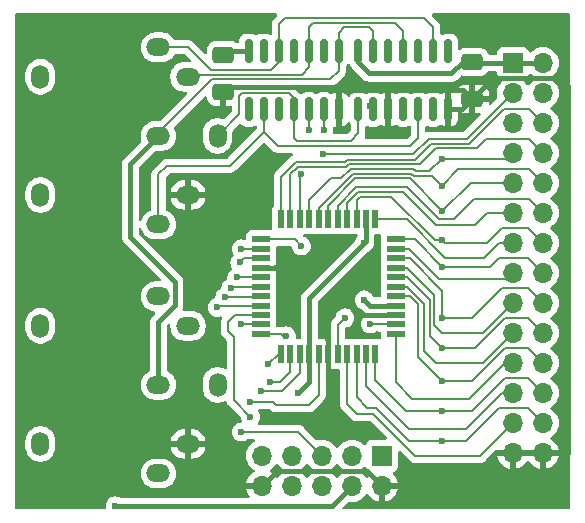
<source format=gbr>
%TF.GenerationSoftware,KiCad,Pcbnew,8.0.7-8.0.7-0~ubuntu22.04.1*%
%TF.CreationDate,2024-12-25T22:08:59+01:00*%
%TF.ProjectId,IEC_Extension,4945435f-4578-4746-956e-73696f6e2e6b,rev?*%
%TF.SameCoordinates,Original*%
%TF.FileFunction,Copper,L1,Top*%
%TF.FilePolarity,Positive*%
%FSLAX46Y46*%
G04 Gerber Fmt 4.6, Leading zero omitted, Abs format (unit mm)*
G04 Created by KiCad (PCBNEW 8.0.7-8.0.7-0~ubuntu22.04.1) date 2024-12-25 22:08:59*
%MOMM*%
%LPD*%
G01*
G04 APERTURE LIST*
G04 Aperture macros list*
%AMRoundRect*
0 Rectangle with rounded corners*
0 $1 Rounding radius*
0 $2 $3 $4 $5 $6 $7 $8 $9 X,Y pos of 4 corners*
0 Add a 4 corners polygon primitive as box body*
4,1,4,$2,$3,$4,$5,$6,$7,$8,$9,$2,$3,0*
0 Add four circle primitives for the rounded corners*
1,1,$1+$1,$2,$3*
1,1,$1+$1,$4,$5*
1,1,$1+$1,$6,$7*
1,1,$1+$1,$8,$9*
0 Add four rect primitives between the rounded corners*
20,1,$1+$1,$2,$3,$4,$5,0*
20,1,$1+$1,$4,$5,$6,$7,0*
20,1,$1+$1,$6,$7,$8,$9,0*
20,1,$1+$1,$8,$9,$2,$3,0*%
G04 Aperture macros list end*
%TA.AperFunction,ComponentPad*%
%ADD10O,2.000000X1.524000*%
%TD*%
%TA.AperFunction,ComponentPad*%
%ADD11O,1.524000X2.000000*%
%TD*%
%TA.AperFunction,SMDPad,CuDef*%
%ADD12R,1.500000X0.550000*%
%TD*%
%TA.AperFunction,SMDPad,CuDef*%
%ADD13R,0.550000X1.500000*%
%TD*%
%TA.AperFunction,ComponentPad*%
%ADD14R,1.700000X1.700000*%
%TD*%
%TA.AperFunction,ComponentPad*%
%ADD15O,1.700000X1.700000*%
%TD*%
%TA.AperFunction,SMDPad,CuDef*%
%ADD16RoundRect,0.250000X-0.650000X0.412500X-0.650000X-0.412500X0.650000X-0.412500X0.650000X0.412500X0*%
%TD*%
%TA.AperFunction,SMDPad,CuDef*%
%ADD17RoundRect,0.150000X0.150000X-0.825000X0.150000X0.825000X-0.150000X0.825000X-0.150000X-0.825000X0*%
%TD*%
%TA.AperFunction,ViaPad*%
%ADD18C,0.600000*%
%TD*%
%TA.AperFunction,Conductor*%
%ADD19C,0.200000*%
%TD*%
%TA.AperFunction,Conductor*%
%ADD20C,0.400000*%
%TD*%
G04 APERTURE END LIST*
D10*
%TO.P,J2,4*%
%TO.N,/~{SCLK}*%
X211636000Y-45880000D03*
%TO.P,J2,2*%
%TO.N,GND*%
X211636000Y-55880000D03*
%TO.P,J2,5*%
%TO.N,/~{DATA}*%
X209136000Y-43380000D03*
%TO.P,J2,1*%
%TO.N,/~{FCLK}{slash}SRQ*%
X209136000Y-58380000D03*
D11*
%TO.P,J2,7*%
%TO.N,N/C*%
X199136000Y-45880000D03*
%TO.P,J2,8*%
X199136000Y-55880000D03*
D10*
%TO.P,J2,3*%
%TO.N,/~{ATN}*%
X209136000Y-50880000D03*
D11*
%TO.P,J2,6*%
%TO.N,/~{RST}*%
X214136000Y-50880000D03*
%TD*%
D10*
%TO.P,J1,4*%
%TO.N,/~{SCLK}*%
X211636000Y-66962000D03*
%TO.P,J1,2*%
%TO.N,GND*%
X211636000Y-76962000D03*
%TO.P,J1,5*%
%TO.N,/~{DATA}*%
X209136000Y-64462000D03*
%TO.P,J1,1*%
%TO.N,/~{FCLK}{slash}SRQ*%
X209136000Y-79462000D03*
D11*
%TO.P,J1,7*%
%TO.N,N/C*%
X199136000Y-66962000D03*
%TO.P,J1,8*%
X199136000Y-76962000D03*
D10*
%TO.P,J1,3*%
%TO.N,/~{ATN}*%
X209136000Y-71962000D03*
D11*
%TO.P,J1,6*%
%TO.N,/~{RST}*%
X214136000Y-71962000D03*
%TD*%
D12*
%TO.P,U3,1,I/O/GCK3*%
%TO.N,/P1*%
X217807000Y-59642000D03*
%TO.P,U3,2,M15*%
%TO.N,/RST_IN*%
X217807000Y-60442000D03*
%TO.P,U3,3,M17*%
%TO.N,/ATN_OUT*%
X217807000Y-61242000D03*
%TO.P,U3,4,GND*%
%TO.N,GND*%
X217807000Y-62042000D03*
%TO.P,U3,5,M2*%
%TO.N,/RST_OUT*%
X217807000Y-62842000D03*
%TO.P,U3,6,M5*%
%TO.N,/FCLK_OUT*%
X217807000Y-63642000D03*
%TO.P,U3,7,M8*%
%TO.N,/SCLK_OUT*%
X217807000Y-64442000D03*
%TO.P,U3,8,M9*%
%TO.N,/SDATA_OUT*%
X217807000Y-65242000D03*
%TO.P,U3,9,TDI*%
%TO.N,/TDI*%
X217807000Y-66042000D03*
%TO.P,U3,10,TMS*%
%TO.N,/TMS*%
X217807000Y-66842000D03*
%TO.P,U3,11,TCK*%
%TO.N,/TCK*%
X217807000Y-67642000D03*
D13*
%TO.P,U3,12,M11*%
%TO.N,/SDATA_IN*%
X219507000Y-69342000D03*
%TO.P,U3,13,M14*%
%TO.N,/FCLK_IN*%
X220307000Y-69342000D03*
%TO.P,U3,14,M15*%
%TO.N,/SCLK_IN*%
X221107000Y-69342000D03*
%TO.P,U3,15,VCC*%
%TO.N,+3V3*%
X221907000Y-69342000D03*
%TO.P,U3,16,M17*%
%TO.N,/ATN_IN*%
X222707000Y-69342000D03*
%TO.P,U3,17,GND*%
%TO.N,GND*%
X223507000Y-69342000D03*
%TO.P,U3,18,M16*%
%TO.N,/FOUT{slash}~{FIN}*%
X224307000Y-69342000D03*
%TO.P,U3,19,M2*%
%TO.N,/SCLK_SENS*%
X225107000Y-69342000D03*
%TO.P,U3,20,M5*%
%TO.N,/SCLK_DRV*%
X225907000Y-69342000D03*
%TO.P,U3,21,M8*%
%TO.N,/SDATA_SENS*%
X226707000Y-69342000D03*
%TO.P,U3,22,M11*%
%TO.N,/SDATA_DRV*%
X227507000Y-69342000D03*
D12*
%TO.P,U3,23,M14*%
%TO.N,/ATN_SENS*%
X229207000Y-67642000D03*
%TO.P,U3,24,TDO*%
%TO.N,/TDO*%
X229207000Y-66842000D03*
%TO.P,U3,25,GND*%
%TO.N,GND*%
X229207000Y-66042000D03*
%TO.P,U3,26,VCCIO*%
%TO.N,+3V3*%
X229207000Y-65242000D03*
%TO.P,U3,27,M15*%
%TO.N,/ATN_DRV*%
X229207000Y-64442000D03*
%TO.P,U3,28,M17*%
%TO.N,/P28*%
X229207000Y-63642000D03*
%TO.P,U3,29,M2*%
%TO.N,/P29*%
X229207000Y-62842000D03*
%TO.P,U3,30,M5*%
%TO.N,/P30*%
X229207000Y-62042000D03*
%TO.P,U3,31,M6*%
%TO.N,/P31*%
X229207000Y-61242000D03*
%TO.P,U3,32,M8*%
%TO.N,/P32*%
X229207000Y-60442000D03*
%TO.P,U3,33,I/O/GSR*%
%TO.N,/P33*%
X229207000Y-59642000D03*
D13*
%TO.P,U3,34,I/O/GTS2*%
%TO.N,/P34*%
X227507000Y-57942000D03*
%TO.P,U3,35,VCC*%
%TO.N,+3V3*%
X226707000Y-57942000D03*
%TO.P,U3,36,I/O/GTS1*%
%TO.N,/P36*%
X225907000Y-57942000D03*
%TO.P,U3,37,M15*%
%TO.N,/P37*%
X225107000Y-57942000D03*
%TO.P,U3,38,M17*%
%TO.N,/P38*%
X224307000Y-57942000D03*
%TO.P,U3,39,M1*%
%TO.N,/CNT*%
X223507000Y-57942000D03*
%TO.P,U3,40,M5*%
%TO.N,/SP*%
X222707000Y-57942000D03*
%TO.P,U3,41,M6*%
%TO.N,/128{slash}64*%
X221907000Y-57942000D03*
%TO.P,U3,42,M8*%
%TO.N,/RSTDRV*%
X221107000Y-57942000D03*
%TO.P,U3,43,I/O/GCK1*%
%TO.N,/P43*%
X220307000Y-57942000D03*
%TO.P,U3,44,I/O/GCK2*%
%TO.N,/P44*%
X219507000Y-57942000D03*
%TD*%
D14*
%TO.P,J3,1,Pin_1*%
%TO.N,/TCK*%
X228080000Y-77960000D03*
D15*
%TO.P,J3,2,Pin_2*%
%TO.N,GND*%
X228080000Y-80500000D03*
%TO.P,J3,3,Pin_3*%
%TO.N,/TDO*%
X225540000Y-77960000D03*
%TO.P,J3,4,Pin_4*%
%TO.N,+3V3*%
X225540000Y-80500000D03*
%TO.P,J3,5,Pin_5*%
%TO.N,/TMS*%
X223000000Y-77960000D03*
%TO.P,J3,6,Pin_6*%
%TO.N,unconnected-(J3-Pin_6-Pad6)*%
X223000000Y-80500000D03*
%TO.P,J3,7,Pin_7*%
%TO.N,unconnected-(J3-Pin_7-Pad7)*%
X220460000Y-77960000D03*
%TO.P,J3,8,Pin_8*%
%TO.N,unconnected-(J3-Pin_8-Pad8)*%
X220460000Y-80500000D03*
%TO.P,J3,9,Pin_9*%
%TO.N,/TDI*%
X217920000Y-77960000D03*
%TO.P,J3,10,Pin_10*%
%TO.N,GND*%
X217920000Y-80500000D03*
%TD*%
D16*
%TO.P,C2,1*%
%TO.N,+5V*%
X214630000Y-44030500D03*
%TO.P,C2,2*%
%TO.N,GND*%
X214630000Y-47155500D03*
%TD*%
%TO.P,C1,1*%
%TO.N,+5V*%
X235712000Y-44627000D03*
%TO.P,C1,2*%
%TO.N,GND*%
X235712000Y-47752000D03*
%TD*%
D17*
%TO.P,U1,1*%
%TO.N,/~{RST}*%
X226060000Y-48638000D03*
%TO.P,U1,2*%
%TO.N,/RST_IN*%
X227330000Y-48638000D03*
%TO.P,U1,3*%
%TO.N,GND*%
X228600000Y-48638000D03*
%TO.P,U1,4*%
%TO.N,unconnected-(U1-Pad4)*%
X229870000Y-48638000D03*
%TO.P,U1,5*%
%TO.N,/~{FCLK}{slash}SRQ*%
X231140000Y-48638000D03*
%TO.P,U1,6*%
%TO.N,/FCLK_IN*%
X232410000Y-48638000D03*
%TO.P,U1,7,GND*%
%TO.N,GND*%
X233680000Y-48638000D03*
%TO.P,U1,8*%
%TO.N,/SDATA_IN*%
X233680000Y-43688000D03*
%TO.P,U1,9*%
%TO.N,/~{DATA}*%
X232410000Y-43688000D03*
%TO.P,U1,10*%
%TO.N,/SCLK_IN*%
X231140000Y-43688000D03*
%TO.P,U1,11*%
%TO.N,/~{SCLK}*%
X229870000Y-43688000D03*
%TO.P,U1,12*%
%TO.N,/ATN_IN*%
X228600000Y-43688000D03*
%TO.P,U1,13*%
%TO.N,/~{ATN}*%
X227330000Y-43688000D03*
%TO.P,U1,14,VCC*%
%TO.N,+5V*%
X226060000Y-43688000D03*
%TD*%
%TO.P,U2,14,VCC*%
%TO.N,+5V*%
X216789000Y-43688000D03*
%TO.P,U2,13*%
%TO.N,/SDATA_OUT*%
X218059000Y-43688000D03*
%TO.P,U2,12*%
%TO.N,/~{DATA}*%
X219329000Y-43688000D03*
%TO.P,U2,11*%
%TO.N,/SCLK_OUT*%
X220599000Y-43688000D03*
%TO.P,U2,10*%
%TO.N,/~{SCLK}*%
X221869000Y-43688000D03*
%TO.P,U2,9*%
%TO.N,/ATN_OUT*%
X223139000Y-43688000D03*
%TO.P,U2,8*%
%TO.N,/~{ATN}*%
X224409000Y-43688000D03*
%TO.P,U2,7,GND*%
%TO.N,GND*%
X224409000Y-48638000D03*
%TO.P,U2,6*%
%TO.N,/~{RST#}*%
X223139000Y-48638000D03*
%TO.P,U2,5*%
%TO.N,/RSTDRV*%
X221869000Y-48638000D03*
%TO.P,U2,4*%
%TO.N,/~{RST}*%
X220599000Y-48638000D03*
%TO.P,U2,3*%
%TO.N,/RST_OUT*%
X219329000Y-48638000D03*
%TO.P,U2,2*%
%TO.N,/~{FCLK}{slash}SRQ*%
X218059000Y-48638000D03*
%TO.P,U2,1*%
%TO.N,/FCLK_OUT*%
X216789000Y-48638000D03*
%TD*%
D14*
%TO.P,J4,1,Pin_1*%
%TO.N,+5V*%
X239141000Y-44704000D03*
D15*
%TO.P,J4,2,Pin_2*%
X241681000Y-44704000D03*
%TO.P,J4,3,Pin_3*%
%TO.N,/~{RST#}*%
X239141000Y-47244000D03*
%TO.P,J4,4,Pin_4*%
%TO.N,/FOUT{slash}~{FIN}*%
X241681000Y-47244000D03*
%TO.P,J4,5,Pin_5*%
%TO.N,/P1*%
X239141000Y-49784000D03*
%TO.P,J4,6,Pin_6*%
%TO.N,/P44*%
X241681000Y-49784000D03*
%TO.P,J4,7,Pin_7*%
%TO.N,/128{slash}64*%
X239141000Y-52324000D03*
%TO.P,J4,8,Pin_8*%
%TO.N,/P43*%
X241681000Y-52324000D03*
%TO.P,J4,9,Pin_9*%
%TO.N,/CNT*%
X239141000Y-54864000D03*
%TO.P,J4,10,Pin_10*%
%TO.N,/SP*%
X241681000Y-54864000D03*
%TO.P,J4,11,Pin_11*%
%TO.N,/P37*%
X239141000Y-57404000D03*
%TO.P,J4,12,Pin_12*%
%TO.N,/P38*%
X241681000Y-57404000D03*
%TO.P,J4,13,Pin_13*%
%TO.N,/P34*%
X239141000Y-59944000D03*
%TO.P,J4,14,Pin_14*%
%TO.N,/P36*%
X241681000Y-59944000D03*
%TO.P,J4,15,Pin_15*%
%TO.N,/P32*%
X239141000Y-62484000D03*
%TO.P,J4,16,Pin_16*%
%TO.N,/P33*%
X241681000Y-62484000D03*
%TO.P,J4,17,Pin_17*%
%TO.N,/P30*%
X239141000Y-65024000D03*
%TO.P,J4,18,Pin_18*%
%TO.N,/P31*%
X241681000Y-65024000D03*
%TO.P,J4,19,Pin_19*%
%TO.N,/P28*%
X239141000Y-67564000D03*
%TO.P,J4,20,Pin_20*%
%TO.N,/P29*%
X241681000Y-67564000D03*
%TO.P,J4,21,Pin_21*%
%TO.N,/ATN_SENS*%
X239141000Y-70104000D03*
%TO.P,J4,22,Pin_22*%
%TO.N,/ATN_DRV*%
X241681000Y-70104000D03*
%TO.P,J4,23,Pin_23*%
%TO.N,/SDATA_SENS*%
X239141000Y-72644000D03*
%TO.P,J4,24,Pin_24*%
%TO.N,/SDATA_DRV*%
X241681000Y-72644000D03*
%TO.P,J4,25,Pin_25*%
%TO.N,/SCLK_SENS*%
X239141000Y-75184000D03*
%TO.P,J4,26,Pin_26*%
%TO.N,/SCLK_DRV*%
X241681000Y-75184000D03*
%TO.P,J4,27,Pin_27*%
%TO.N,GND*%
X239141000Y-77724000D03*
%TO.P,J4,28,Pin_28*%
X241681000Y-77724000D03*
%TD*%
D18*
%TO.N,/P1*%
X221234000Y-60198000D03*
%TO.N,/P33*%
X233171990Y-61976000D03*
%TO.N,/P36*%
X233172000Y-59690000D03*
%TO.N,/P31*%
X233146000Y-66294000D03*
%TO.N,/P29*%
X233119999Y-68834001D03*
%TO.N,/CNT*%
X233172106Y-57262000D03*
%TO.N,/SP*%
X233120000Y-55118014D03*
%TO.N,/128{slash}64*%
X233120000Y-52832024D03*
%TO.N,/ATN_DRV*%
X233146000Y-71628000D03*
%TO.N,/SDATA_DRV*%
X233146000Y-74167978D03*
%TO.N,/SCLK_DRV*%
X233146001Y-76708001D03*
%TO.N,/FOUT{slash}~{FIN}*%
X224917000Y-66294000D03*
%TO.N,/~{RST#}*%
X223139000Y-50419000D03*
X223060380Y-52372380D03*
%TO.N,/RSTDRV*%
X221869000Y-50419000D03*
X221234000Y-54102000D03*
%TO.N,/SDATA_IN*%
X218440000Y-70231000D03*
%TO.N,/FCLK_IN*%
X218567000Y-71755000D03*
%TO.N,/SCLK_IN*%
X217805000Y-72517000D03*
%TO.N,/ATN_IN*%
X216916000Y-73406000D03*
%TO.N,/RST_IN*%
X216154000Y-60452000D03*
%TO.N,GND*%
X224105000Y-72644000D03*
%TO.N,/TMS*%
X216154000Y-75946000D03*
%TO.N,/TDI*%
X216916000Y-74676000D03*
%TO.N,/ATN_OUT*%
X216027000Y-61595000D03*
%TO.N,/RST_IN*%
X227062380Y-48370380D03*
%TO.N,/FCLK_IN*%
X232410000Y-48638000D03*
%TO.N,/RST_OUT*%
X219329000Y-48638000D03*
%TO.N,/FCLK_OUT*%
X216789000Y-48638000D03*
%TO.N,/SDATA_IN*%
X233680000Y-43688000D03*
%TO.N,/SCLK_IN*%
X231140000Y-43688000D03*
%TO.N,/ATN_IN*%
X228600000Y-43688000D03*
%TO.N,/ATN_OUT*%
X223139000Y-43688000D03*
%TO.N,/SCLK_OUT*%
X220599000Y-43688000D03*
%TO.N,/SDATA_OUT*%
X218059000Y-43688000D03*
%TO.N,+5V*%
X214757000Y-44157500D03*
%TO.N,/RST_OUT*%
X215772998Y-62865000D03*
%TO.N,/FCLK_OUT*%
X215265000Y-63754000D03*
%TO.N,/SCLK_OUT*%
X214757000Y-64516004D03*
%TO.N,/SDATA_OUT*%
X214122000Y-65405000D03*
%TO.N,+3V3*%
X205486000Y-82200000D03*
X220980000Y-72644000D03*
%TO.N,GND*%
X223443000Y-64770000D03*
%TO.N,+3V3*%
X226568000Y-64770000D03*
%TO.N,GND*%
X222758000Y-61976000D03*
%TO.N,+3V3*%
X226568000Y-59944000D03*
%TO.N,/TCK*%
X219964000Y-67818000D03*
%TO.N,/TDO*%
X227076000Y-66802000D03*
%TO.N,/TMS*%
X216154000Y-66802012D03*
%TD*%
D19*
%TO.N,/P37*%
X225107000Y-57942000D02*
X225107000Y-56578999D01*
X229616000Y-55626000D02*
X229870000Y-55626000D01*
X236982000Y-57404000D02*
X239141000Y-57404000D01*
X225107000Y-56578999D02*
X226060000Y-55625999D01*
X226060000Y-55625999D02*
X229616000Y-55626000D01*
X229870000Y-55626000D02*
X232664000Y-58420000D01*
X235966000Y-58420000D02*
X236982000Y-57404000D01*
X232664000Y-58420000D02*
X235966000Y-58420000D01*
%TO.N,/P38*%
X224307000Y-57942000D02*
X224307000Y-56813314D01*
X224307000Y-56813314D02*
X225894314Y-55226000D01*
X225894314Y-55226000D02*
X230162685Y-55226000D01*
X230162685Y-55226000D02*
X232848685Y-57912000D01*
X232848685Y-57912000D02*
X234188000Y-57912000D01*
X234188000Y-57912000D02*
X235846000Y-56254000D01*
X235846000Y-56254000D02*
X240531000Y-56254000D01*
X240531000Y-56254000D02*
X241681000Y-57404000D01*
%TO.N,/CNT*%
X233172106Y-57262000D02*
X235570106Y-54864000D01*
X235570106Y-54864000D02*
X239141000Y-54864000D01*
%TO.N,/SP*%
X233120000Y-55118014D02*
X234524014Y-53714000D01*
X234524014Y-53714000D02*
X240531000Y-53714000D01*
X240531000Y-53714000D02*
X241681000Y-54864000D01*
%TO.N,/128{slash}64*%
X233120000Y-52832024D02*
X233680000Y-52832024D01*
X233680000Y-52832024D02*
X238632976Y-52832024D01*
X238632976Y-52832024D02*
X239141000Y-52324000D01*
%TO.N,/P43*%
X241681000Y-52324000D02*
X240531000Y-51174000D01*
X236093000Y-51943000D02*
X232594686Y-51943000D01*
X240531000Y-51174000D02*
X236862000Y-51174000D01*
X236862000Y-51174000D02*
X236093000Y-51943000D01*
%TO.N,/P44*%
X232175000Y-51543000D02*
X235458000Y-51543000D01*
X241681000Y-49784000D02*
X240531000Y-48634000D01*
X240531000Y-48634000D02*
X238367000Y-48634000D01*
X238367000Y-48634000D02*
X235458000Y-51543000D01*
%TO.N,/128{slash}64*%
X230927477Y-53886000D02*
X232066024Y-53886000D01*
%TO.N,/P44*%
X219507000Y-57942000D02*
X219507000Y-54344075D01*
X225085570Y-52883000D02*
X230835000Y-52883000D01*
%TO.N,/P43*%
X231254686Y-53283000D02*
X232594686Y-51943000D01*
%TO.N,/128{slash}64*%
X238760000Y-51943000D02*
X239141000Y-52324000D01*
%TO.N,/SP*%
X222707000Y-56958628D02*
X225582628Y-54083000D01*
%TO.N,/128{slash}64*%
X221907000Y-56338372D02*
X223768186Y-54477186D01*
X221907000Y-57942000D02*
X221907000Y-56338372D01*
X232066024Y-53886000D02*
X233120000Y-52832024D01*
%TO.N,/SP*%
X225582628Y-54083000D02*
X230558792Y-54083000D01*
%TO.N,/P43*%
X220307000Y-54109761D02*
X220930761Y-53486000D01*
%TO.N,/SP*%
X222707000Y-57942000D02*
X222707000Y-56958628D01*
%TO.N,/P43*%
X225048256Y-53486000D02*
X225251256Y-53283000D01*
%TO.N,/128{slash}64*%
X223768186Y-54477186D02*
X224622756Y-54477186D01*
%TO.N,/P44*%
X224916570Y-53052000D02*
X225085570Y-52883000D01*
X220799075Y-53052000D02*
X224916570Y-53052000D01*
%TO.N,/P43*%
X225251256Y-53283000D02*
X231254686Y-53283000D01*
%TO.N,/128{slash}64*%
X230724478Y-53683000D02*
X230927477Y-53886000D01*
X225416942Y-53683000D02*
X230724478Y-53683000D01*
%TO.N,/P44*%
X219507000Y-54344075D02*
X220799075Y-53052000D01*
%TO.N,/P43*%
X220930761Y-53486000D02*
X225048256Y-53486000D01*
X220307000Y-57942000D02*
X220307000Y-54109761D01*
%TO.N,/128{slash}64*%
X224622756Y-54477186D02*
X225416942Y-53683000D01*
%TO.N,/P44*%
X230835000Y-52883000D02*
X232175000Y-51543000D01*
%TO.N,/SP*%
X230558792Y-54083000D02*
X230793792Y-54318000D01*
X230793792Y-54318000D02*
X232319986Y-54318000D01*
X232319986Y-54318000D02*
X233120000Y-55118014D01*
%TO.N,/CNT*%
X230393106Y-54483000D02*
X233172106Y-57262000D01*
X223507000Y-57942000D02*
X223507000Y-56793629D01*
X225817629Y-54483000D02*
X230393106Y-54483000D01*
X223507000Y-56793629D02*
X225817629Y-54483000D01*
%TO.N,/P36*%
X226225686Y-56026000D02*
X228858000Y-56026000D01*
X232522000Y-59690000D02*
X233172000Y-59690000D01*
X228858000Y-56026000D02*
X232522000Y-59690000D01*
X225907000Y-56344686D02*
X226225686Y-56026000D01*
X225907000Y-57942000D02*
X225907000Y-56344686D01*
%TO.N,/~{RST#}*%
X239141000Y-47244000D02*
X235242000Y-51143000D01*
X235242000Y-51143000D02*
X232009314Y-51143000D01*
X230720314Y-52432000D02*
X223120000Y-52432000D01*
X232009314Y-51143000D02*
X230720314Y-52432000D01*
X223120000Y-52432000D02*
X223060380Y-52372380D01*
%TO.N,/128{slash}64*%
X238633000Y-51816000D02*
X239141000Y-52324000D01*
%TO.N,/~{FCLK}{slash}SRQ*%
X231140000Y-48638000D02*
X231140000Y-51054000D01*
X230471620Y-51722380D02*
X219235380Y-51722380D01*
X219235380Y-51722380D02*
X218059000Y-50546000D01*
X231140000Y-51054000D02*
X230471620Y-51722380D01*
%TO.N,/RSTDRV*%
X221107000Y-57942000D02*
X221107000Y-54229000D01*
X221107000Y-54229000D02*
X221234000Y-54102000D01*
%TO.N,/P1*%
X217807000Y-59642000D02*
X220678000Y-59642000D01*
X220678000Y-59642000D02*
X221234000Y-60198000D01*
%TO.N,/P34*%
X239141000Y-59944000D02*
X237938919Y-59944000D01*
X237938919Y-59944000D02*
X236668919Y-61214000D01*
X236668919Y-61214000D02*
X233426000Y-61214000D01*
X233426000Y-61214000D02*
X230154000Y-57942000D01*
X230154000Y-57942000D02*
X227507000Y-57942000D01*
%TO.N,/P33*%
X241681000Y-62484000D02*
X240411000Y-61214000D01*
X240411000Y-61214000D02*
X237998000Y-61214000D01*
X237998000Y-61214000D02*
X237236000Y-61976000D01*
X237236000Y-61976000D02*
X233171990Y-61976000D01*
X229207000Y-59642000D02*
X230837990Y-59642000D01*
X230837990Y-59642000D02*
X233171990Y-61976000D01*
%TO.N,/P32*%
X229207000Y-60442000D02*
X230368000Y-60442000D01*
X230368000Y-60442000D02*
X232918000Y-62992000D01*
X232918000Y-62992000D02*
X238633000Y-62992000D01*
X238633000Y-62992000D02*
X239141000Y-62484000D01*
%TO.N,/P31*%
X229207000Y-61242000D02*
X230406000Y-61242000D01*
X230406000Y-61242000D02*
X233172000Y-64008000D01*
X233172000Y-64008000D02*
X233172000Y-66268000D01*
X233172000Y-66268000D02*
X233146000Y-66294000D01*
%TO.N,/P36*%
X240411000Y-58674000D02*
X238252000Y-58674000D01*
X238252000Y-58674000D02*
X236982000Y-59944000D01*
X236982000Y-59944000D02*
X233426000Y-59944000D01*
X233426000Y-59944000D02*
X233172000Y-59690000D01*
X240411000Y-58674000D02*
X241681000Y-59944000D01*
%TO.N,/P30*%
X230157000Y-62042000D02*
X232496000Y-64381000D01*
X229207000Y-62042000D02*
X230157000Y-62042000D01*
%TO.N,/P31*%
X240411000Y-63754000D02*
X238252000Y-63754000D01*
%TO.N,/P30*%
X232496000Y-64381000D02*
X232496000Y-66888000D01*
%TO.N,/P29*%
X232096000Y-64781000D02*
X232096000Y-67810000D01*
%TO.N,/P30*%
X232496000Y-66888000D02*
X233172000Y-67564000D01*
X233172000Y-67564000D02*
X236601000Y-67564000D01*
%TO.N,/P29*%
X229207000Y-62842000D02*
X230157000Y-62842000D01*
%TO.N,/P30*%
X236601000Y-67564000D02*
X239141000Y-65024000D01*
%TO.N,/P29*%
X230157000Y-62842000D02*
X232096000Y-64781000D01*
%TO.N,/P31*%
X235712000Y-66294000D02*
X233146000Y-66294000D01*
%TO.N,/P29*%
X232096000Y-67810000D02*
X233120000Y-68834000D01*
%TO.N,/P31*%
X238252000Y-63754000D02*
X235712000Y-66294000D01*
X241681000Y-65024000D02*
X240411000Y-63754000D01*
%TO.N,/P28*%
X229207000Y-63642000D02*
X230208314Y-63642000D01*
X230208314Y-63642000D02*
X231648000Y-65081686D01*
X236601000Y-70104000D02*
X239141000Y-67564000D01*
X231648000Y-65081686D02*
X231648000Y-69088000D01*
X231648000Y-69088000D02*
X232664000Y-70104000D01*
X232664000Y-70104000D02*
X236601000Y-70104000D01*
%TO.N,/ATN_DRV*%
X229207000Y-64442000D02*
X230442629Y-64442000D01*
X230442629Y-64442000D02*
X231140000Y-65139371D01*
X231140000Y-65139371D02*
X231140000Y-69622000D01*
X231140000Y-69622000D02*
X233146000Y-71628000D01*
%TO.N,/P29*%
X241681000Y-67564000D02*
X240411000Y-66294000D01*
X240411000Y-66294000D02*
X238506000Y-66294000D01*
X238506000Y-66294000D02*
X235965999Y-68834001D01*
X235965999Y-68834001D02*
X233119999Y-68834001D01*
%TO.N,/ATN_SENS*%
X229207000Y-67642000D02*
X229207000Y-71727000D01*
X229207000Y-71727000D02*
X230632000Y-73152000D01*
X230632000Y-73152000D02*
X235458000Y-73152000D01*
X235458000Y-73152000D02*
X238506000Y-70104000D01*
X238506000Y-70104000D02*
X239141000Y-70104000D01*
%TO.N,/ATN_DRV*%
X241681000Y-70104000D02*
X240411000Y-68834000D01*
X240411000Y-68834000D02*
X238506000Y-68834000D01*
X238506000Y-68834000D02*
X235712000Y-71628000D01*
X235712000Y-71628000D02*
X233146000Y-71628000D01*
%TO.N,/SDATA_DRV*%
X235642708Y-74167978D02*
X233146000Y-74167978D01*
X241681000Y-72644000D02*
X240411000Y-71374000D01*
X240411000Y-71374000D02*
X238436686Y-71374000D01*
X238436686Y-71374000D02*
X235642708Y-74167978D01*
X227507000Y-69342000D02*
X227507000Y-71551000D01*
X227507000Y-71551000D02*
X230123978Y-74167978D01*
X230123978Y-74167978D02*
X233146000Y-74167978D01*
%TO.N,/SDATA_SENS*%
X239141000Y-72644000D02*
X238252000Y-72644000D01*
X238252000Y-72644000D02*
X235204000Y-75692000D01*
X235204000Y-75692000D02*
X230378000Y-75692000D01*
X230378000Y-75692000D02*
X226707000Y-72021000D01*
X226707000Y-72021000D02*
X226707000Y-69342000D01*
%TO.N,/SCLK_DRV*%
X225907000Y-69342000D02*
X225907000Y-72999000D01*
X225907000Y-72999000D02*
X226822000Y-73914000D01*
X226822000Y-73914000D02*
X227584000Y-73914000D01*
X227584000Y-73914000D02*
X230378001Y-76708001D01*
X230378001Y-76708001D02*
X233146001Y-76708001D01*
D20*
%TO.N,GND*%
X235712000Y-47752000D02*
X237470000Y-45994000D01*
X237470000Y-45994000D02*
X243098000Y-45994000D01*
X243098000Y-45994000D02*
X243800000Y-46696000D01*
X243800000Y-46696000D02*
X243800000Y-77724000D01*
X243800000Y-77724000D02*
X241681000Y-77724000D01*
%TO.N,+5V*%
X241681000Y-44704000D02*
X235789000Y-44704000D01*
X235789000Y-44704000D02*
X235712000Y-44627000D01*
%TO.N,GND*%
X229207000Y-66042000D02*
X226316000Y-66042000D01*
X226316000Y-66042000D02*
X225044000Y-64770000D01*
X225044000Y-64770000D02*
X223443000Y-64770000D01*
D19*
%TO.N,/FOUT{slash}~{FIN}*%
X224307000Y-69342000D02*
X224307000Y-66904000D01*
X224307000Y-66904000D02*
X224917000Y-66294000D01*
%TO.N,/~{RST#}*%
X223139000Y-48638000D02*
X223139000Y-50419000D01*
%TO.N,/RSTDRV*%
X221869000Y-48638000D02*
X221869000Y-50419000D01*
D20*
%TO.N,GND*%
X214630000Y-47155500D02*
X215041500Y-46744000D01*
X215041500Y-46744000D02*
X223909000Y-46744000D01*
X223909000Y-46744000D02*
X224155000Y-46990000D01*
D19*
%TO.N,/SDATA_IN*%
X219507000Y-69342000D02*
X219329000Y-69342000D01*
X219329000Y-69342000D02*
X218440000Y-70231000D01*
%TO.N,/FCLK_IN*%
X218567000Y-71755000D02*
X219456000Y-71755000D01*
X219456000Y-71755000D02*
X220307000Y-70904000D01*
X220307000Y-70904000D02*
X220307000Y-69342000D01*
%TO.N,/SCLK_IN*%
X221107000Y-69342000D02*
X221107000Y-70993000D01*
X221107000Y-70993000D02*
X219583000Y-72517000D01*
X219583000Y-72517000D02*
X217805000Y-72517000D01*
%TO.N,/ATN_IN*%
X218821000Y-73406000D02*
X216916000Y-73406000D01*
X221869000Y-73660000D02*
X219075000Y-73660000D01*
X222707000Y-69342000D02*
X222707000Y-72822000D01*
X222707000Y-72822000D02*
X221869000Y-73660000D01*
X219075000Y-73660000D02*
X218821000Y-73406000D01*
%TO.N,/TDI*%
X217807000Y-66042000D02*
X215644000Y-66042000D01*
X215644000Y-66042000D02*
X215011000Y-66675000D01*
X215011000Y-66675000D02*
X215011000Y-67437000D01*
X215011000Y-67437000D02*
X215519000Y-67945000D01*
X215519000Y-67945000D02*
X215519000Y-73279000D01*
X215519000Y-73279000D02*
X216916000Y-74676000D01*
%TO.N,/RST_IN*%
X217807000Y-60442000D02*
X216164000Y-60442000D01*
X216164000Y-60442000D02*
X216154000Y-60452000D01*
%TO.N,/ATN_OUT*%
X217807000Y-61242000D02*
X216380000Y-61242000D01*
X216380000Y-61242000D02*
X216027000Y-61595000D01*
%TO.N,/RST_OUT*%
X217807000Y-62842000D02*
X215795998Y-62842000D01*
X215795998Y-62842000D02*
X215772998Y-62865000D01*
%TO.N,/FCLK_OUT*%
X217807000Y-63642000D02*
X215377000Y-63642000D01*
X215377000Y-63642000D02*
X215265000Y-63754000D01*
%TO.N,/SCLK_OUT*%
X217807000Y-64442000D02*
X217732996Y-64516004D01*
X217732996Y-64516004D02*
X214757000Y-64516004D01*
%TO.N,/SDATA_OUT*%
X217807000Y-65242000D02*
X217771000Y-65278000D01*
X217771000Y-65278000D02*
X214249000Y-65278000D01*
X214249000Y-65278000D02*
X214122000Y-65405000D01*
D20*
%TO.N,GND*%
X223507000Y-69342000D02*
X223507000Y-72046000D01*
X223507000Y-72046000D02*
X224105000Y-72644000D01*
D19*
%TO.N,/TMS*%
X223000000Y-77960000D02*
X220986000Y-75946000D01*
X220986000Y-75946000D02*
X216154000Y-75946000D01*
X217668012Y-66802012D02*
X216154000Y-66802012D01*
X217820000Y-66954000D02*
X217668012Y-66802012D01*
%TO.N,/~{FCLK}{slash}SRQ*%
X218059000Y-50546000D02*
X215198947Y-53406053D01*
X215198947Y-53406053D02*
X209870053Y-53406053D01*
X209870053Y-53406053D02*
X209136000Y-54140105D01*
X209136000Y-54140105D02*
X209136000Y-58380000D01*
X218059000Y-50546000D02*
X218059000Y-48638000D01*
%TO.N,/~{RST}*%
X220599000Y-48638000D02*
X220599000Y-51054000D01*
X220599000Y-51054000D02*
X220853000Y-51308000D01*
X220853000Y-51308000D02*
X225425000Y-51308000D01*
X226060000Y-50673000D02*
X226060000Y-48638000D01*
X225425000Y-51308000D02*
X226060000Y-50673000D01*
X214136000Y-50880000D02*
X215957000Y-49059000D01*
X215957000Y-49059000D02*
X215957000Y-47533000D01*
X216246000Y-47244000D02*
X220179999Y-47244000D01*
X220599000Y-47663001D02*
X220599000Y-48638000D01*
X215957000Y-47533000D02*
X216246000Y-47244000D01*
X220179999Y-47244000D02*
X220599000Y-47663001D01*
%TO.N,/~{SCLK}*%
X211636000Y-45880000D02*
X211815000Y-45701000D01*
X211815000Y-45701000D02*
X221253000Y-45701000D01*
X221253000Y-45701000D02*
X221869000Y-45085000D01*
X221869000Y-45085000D02*
X221869000Y-43688000D01*
%TO.N,/~{ATN}*%
X209136000Y-50880000D02*
X209136000Y-50602500D01*
X209136000Y-50602500D02*
X213637500Y-46101000D01*
X213637500Y-46101000D02*
X223666000Y-46101000D01*
X223666000Y-46101000D02*
X224409000Y-45358000D01*
X224409000Y-45358000D02*
X224409000Y-43688000D01*
D20*
%TO.N,+5V*%
X216789000Y-43688000D02*
X214972500Y-43688000D01*
X214972500Y-43688000D02*
X214630000Y-44030500D01*
D19*
%TO.N,/~{DATA}*%
X213583628Y-45301000D02*
X218690999Y-45301000D01*
X211662628Y-43380000D02*
X213583628Y-45301000D01*
X209136000Y-43380000D02*
X211662628Y-43380000D01*
X218690999Y-45301000D02*
X219329000Y-44662999D01*
X219329000Y-44662999D02*
X219329000Y-43688000D01*
D20*
%TO.N,GND*%
X224155000Y-46990000D02*
X228600000Y-46990000D01*
D19*
X228600000Y-48638000D02*
X228600000Y-46990000D01*
D20*
X228600000Y-46990000D02*
X234950000Y-46990000D01*
D19*
%TO.N,/~{SCLK}*%
X221869000Y-43688000D02*
X221869000Y-41656000D01*
X221869000Y-41656000D02*
X222231000Y-41294000D01*
X222231000Y-41294000D02*
X229127000Y-41294000D01*
X229127000Y-41294000D02*
X229870000Y-42037000D01*
X229870000Y-42037000D02*
X229870000Y-43688000D01*
%TO.N,/~{ATN}*%
X224409000Y-43688000D02*
X224409000Y-42164000D01*
X224409000Y-42164000D02*
X224879000Y-41694000D01*
X224879000Y-41694000D02*
X226987000Y-41694000D01*
X226987000Y-41694000D02*
X227330000Y-42037000D01*
X227330000Y-42037000D02*
X227330000Y-43688000D01*
%TO.N,/~{DATA}*%
X219837000Y-40894000D02*
X231648000Y-40894000D01*
X219329000Y-41402000D02*
X219837000Y-40894000D01*
X219329000Y-43688000D02*
X219329000Y-41402000D01*
X231648000Y-40894000D02*
X232410000Y-41656000D01*
X232410000Y-41656000D02*
X232410000Y-43688000D01*
D20*
%TO.N,GND*%
X234950000Y-46990000D02*
X235712000Y-47752000D01*
X233680000Y-48638000D02*
X234826000Y-48638000D01*
X234826000Y-48638000D02*
X235712000Y-47752000D01*
%TO.N,+5V*%
X226060000Y-43688000D02*
X226060000Y-44662999D01*
X226060000Y-44662999D02*
X226990001Y-45593000D01*
X226990001Y-45593000D02*
X233934000Y-45593000D01*
X233934000Y-45593000D02*
X234900000Y-44627000D01*
X234900000Y-44627000D02*
X235712000Y-44627000D01*
%TO.N,GND*%
X224155000Y-46990000D02*
X224409000Y-47244000D01*
X224409000Y-47244000D02*
X224409000Y-48638000D01*
X222692000Y-62042000D02*
X222758000Y-61976000D01*
X217807000Y-62042000D02*
X222692000Y-62042000D01*
%TO.N,+3V3*%
X221907000Y-69342000D02*
X221907000Y-64605000D01*
X221907000Y-64605000D02*
X226568000Y-59944000D01*
X223840000Y-82200000D02*
X225540000Y-80500000D01*
X205486000Y-82200000D02*
X223840000Y-82200000D01*
%TO.N,GND*%
X228080000Y-80500000D02*
X226830000Y-79250000D01*
X226830000Y-79250000D02*
X219170000Y-79250000D01*
X219170000Y-79250000D02*
X217920000Y-80500000D01*
%TO.N,+3V3*%
X221907000Y-69342000D02*
X221907000Y-71717000D01*
X221907000Y-71717000D02*
X220980000Y-72644000D01*
%TO.N,GND*%
X223507000Y-69342000D02*
X223507000Y-64834000D01*
X223507000Y-64834000D02*
X223443000Y-64770000D01*
%TO.N,+3V3*%
X229207000Y-65242000D02*
X227040000Y-65242000D01*
X227040000Y-65242000D02*
X226568000Y-64770000D01*
X226707000Y-57942000D02*
X226707000Y-59805000D01*
X226707000Y-59805000D02*
X226568000Y-59944000D01*
D19*
%TO.N,/TCK*%
X219534000Y-67642000D02*
X217807000Y-67642000D01*
X219964000Y-67818000D02*
X219710000Y-67818000D01*
X219710000Y-67818000D02*
X219534000Y-67642000D01*
%TO.N,/TDO*%
X227076000Y-66802000D02*
X227838000Y-66802000D01*
X227838000Y-66802000D02*
X227878000Y-66842000D01*
X227878000Y-66842000D02*
X229207000Y-66842000D01*
D20*
%TO.N,/~{ATN}*%
X206756000Y-53260000D02*
X206756000Y-59436000D01*
X210536000Y-63216000D02*
X210536000Y-65221472D01*
X209136000Y-50880000D02*
X206756000Y-53260000D01*
X206756000Y-59436000D02*
X210536000Y-63216000D01*
X210536000Y-65221472D02*
X209136000Y-66621472D01*
X209136000Y-66621472D02*
X209136000Y-71962000D01*
D19*
%TO.N,/SCLK_DRV*%
X235203999Y-76708001D02*
X233146001Y-76708001D01*
X241681000Y-75184000D02*
X240411000Y-73914000D01*
X240411000Y-73914000D02*
X237998000Y-73914000D01*
X237998000Y-73914000D02*
X235203999Y-76708001D01*
%TO.N,/SCLK_SENS*%
X230886000Y-77978000D02*
X236347000Y-77978000D01*
X225107000Y-73596000D02*
X225933000Y-74422000D01*
X236347000Y-77978000D02*
X239141000Y-75184000D01*
X225933000Y-74422000D02*
X227330000Y-74422000D01*
X227330000Y-74422000D02*
X230886000Y-77978000D01*
X225107000Y-69342000D02*
X225107000Y-73596000D01*
%TD*%
%TA.AperFunction,Conductor*%
%TO.N,GND*%
G36*
X219148941Y-40520185D02*
G01*
X219194696Y-40572989D01*
X219204640Y-40642147D01*
X219175615Y-40705703D01*
X219169583Y-40712181D01*
X218848481Y-41033282D01*
X218848480Y-41033284D01*
X218813715Y-41093499D01*
X218769423Y-41170215D01*
X218728499Y-41322943D01*
X218728499Y-41322945D01*
X218728499Y-41491046D01*
X218728500Y-41491059D01*
X218728500Y-42197093D01*
X218708815Y-42264132D01*
X218656011Y-42309887D01*
X218586853Y-42319831D01*
X218541380Y-42303825D01*
X218469400Y-42261257D01*
X218469393Y-42261254D01*
X218311573Y-42215402D01*
X218311567Y-42215401D01*
X218274701Y-42212500D01*
X218274694Y-42212500D01*
X217843306Y-42212500D01*
X217843298Y-42212500D01*
X217806432Y-42215401D01*
X217806426Y-42215402D01*
X217648606Y-42261254D01*
X217648603Y-42261255D01*
X217507137Y-42344917D01*
X217500969Y-42349702D01*
X217499072Y-42347256D01*
X217450358Y-42373857D01*
X217380666Y-42368873D01*
X217348296Y-42348069D01*
X217347031Y-42349702D01*
X217340862Y-42344917D01*
X217204259Y-42264131D01*
X217199398Y-42261256D01*
X217199397Y-42261255D01*
X217199396Y-42261255D01*
X217199393Y-42261254D01*
X217041573Y-42215402D01*
X217041567Y-42215401D01*
X217004701Y-42212500D01*
X217004694Y-42212500D01*
X216573306Y-42212500D01*
X216573298Y-42212500D01*
X216536432Y-42215401D01*
X216536426Y-42215402D01*
X216378606Y-42261254D01*
X216378603Y-42261255D01*
X216237137Y-42344917D01*
X216237129Y-42344923D01*
X216120923Y-42461129D01*
X216120917Y-42461137D01*
X216037255Y-42602603D01*
X216037254Y-42602606D01*
X215991402Y-42760426D01*
X215991401Y-42760432D01*
X215988500Y-42797298D01*
X215988500Y-42863500D01*
X215968815Y-42930539D01*
X215916011Y-42976294D01*
X215864500Y-42987500D01*
X215722558Y-42987500D01*
X215657462Y-42969039D01*
X215599340Y-42933189D01*
X215599335Y-42933187D01*
X215599334Y-42933186D01*
X215432797Y-42878001D01*
X215432795Y-42878000D01*
X215330010Y-42867500D01*
X213929998Y-42867500D01*
X213929981Y-42867501D01*
X213827203Y-42878000D01*
X213827200Y-42878001D01*
X213660668Y-42933185D01*
X213660663Y-42933187D01*
X213511342Y-43025289D01*
X213387289Y-43149342D01*
X213295187Y-43298663D01*
X213295186Y-43298666D01*
X213240001Y-43465203D01*
X213240001Y-43465204D01*
X213240000Y-43465204D01*
X213229500Y-43567983D01*
X213229500Y-43798275D01*
X213209815Y-43865314D01*
X213157011Y-43911069D01*
X213087853Y-43921013D01*
X213024297Y-43891988D01*
X213017819Y-43885956D01*
X212150218Y-43018355D01*
X212150216Y-43018352D01*
X212031345Y-42899481D01*
X212031344Y-42899480D01*
X211944532Y-42849360D01*
X211944532Y-42849359D01*
X211944528Y-42849358D01*
X211894413Y-42820423D01*
X211741685Y-42779499D01*
X211583571Y-42779499D01*
X211575975Y-42779499D01*
X211575959Y-42779500D01*
X210560730Y-42779500D01*
X210493691Y-42759815D01*
X210456808Y-42722133D01*
X210456651Y-42722248D01*
X210455872Y-42721176D01*
X210455000Y-42720285D01*
X210453789Y-42718309D01*
X210369726Y-42602606D01*
X210336981Y-42557536D01*
X210196464Y-42417019D01*
X210035694Y-42300213D01*
X210024482Y-42294500D01*
X209858632Y-42209994D01*
X209858629Y-42209993D01*
X209669637Y-42148587D01*
X209571498Y-42133043D01*
X209473361Y-42117500D01*
X208798639Y-42117500D01*
X208733214Y-42127862D01*
X208602362Y-42148587D01*
X208413370Y-42209993D01*
X208413367Y-42209994D01*
X208236305Y-42300213D01*
X208075533Y-42417021D01*
X207935021Y-42557533D01*
X207818213Y-42718305D01*
X207727994Y-42895367D01*
X207727993Y-42895370D01*
X207666587Y-43084362D01*
X207666587Y-43084364D01*
X207635500Y-43280639D01*
X207635500Y-43479361D01*
X207641720Y-43518630D01*
X207666587Y-43675637D01*
X207727993Y-43864629D01*
X207727994Y-43864632D01*
X207810304Y-44026171D01*
X207818213Y-44041694D01*
X207935019Y-44202464D01*
X208075536Y-44342981D01*
X208236306Y-44459787D01*
X208323149Y-44504035D01*
X208413367Y-44550005D01*
X208413370Y-44550006D01*
X208501664Y-44578694D01*
X208602364Y-44611413D01*
X208798639Y-44642500D01*
X208798640Y-44642500D01*
X209473360Y-44642500D01*
X209473361Y-44642500D01*
X209669636Y-44611413D01*
X209858632Y-44550005D01*
X210035694Y-44459787D01*
X210196464Y-44342981D01*
X210336981Y-44202464D01*
X210453787Y-44041694D01*
X210453789Y-44041689D01*
X210455000Y-44039715D01*
X210455656Y-44039121D01*
X210456651Y-44037752D01*
X210456938Y-44037960D01*
X210506810Y-43992837D01*
X210560730Y-43980500D01*
X211362531Y-43980500D01*
X211429570Y-44000185D01*
X211450212Y-44016819D01*
X211839212Y-44405819D01*
X211872697Y-44467142D01*
X211867713Y-44536834D01*
X211825841Y-44592767D01*
X211760377Y-44617184D01*
X211751531Y-44617500D01*
X211298639Y-44617500D01*
X211233214Y-44627862D01*
X211102362Y-44648587D01*
X210913370Y-44709993D01*
X210913367Y-44709994D01*
X210736305Y-44800213D01*
X210575533Y-44917021D01*
X210435021Y-45057533D01*
X210318213Y-45218305D01*
X210227994Y-45395367D01*
X210227993Y-45395370D01*
X210166587Y-45584362D01*
X210135500Y-45780639D01*
X210135500Y-45979360D01*
X210166587Y-46175637D01*
X210227993Y-46364629D01*
X210227994Y-46364632D01*
X210281538Y-46469716D01*
X210318213Y-46541694D01*
X210435019Y-46702464D01*
X210575536Y-46842981D01*
X210736306Y-46959787D01*
X210823149Y-47004035D01*
X210913367Y-47050005D01*
X210913370Y-47050006D01*
X211007866Y-47080709D01*
X211102364Y-47111413D01*
X211298639Y-47142500D01*
X211447403Y-47142500D01*
X211514442Y-47162185D01*
X211560197Y-47214989D01*
X211570141Y-47284147D01*
X211541116Y-47347703D01*
X211535084Y-47354181D01*
X209308084Y-49581181D01*
X209246761Y-49614666D01*
X209220403Y-49617500D01*
X208798639Y-49617500D01*
X208733214Y-49627862D01*
X208602362Y-49648587D01*
X208413370Y-49709993D01*
X208413367Y-49709994D01*
X208236305Y-49800213D01*
X208075533Y-49917021D01*
X207935021Y-50057533D01*
X207818213Y-50218305D01*
X207727994Y-50395367D01*
X207727993Y-50395370D01*
X207666587Y-50584362D01*
X207635500Y-50780639D01*
X207635500Y-50979360D01*
X207666587Y-51175637D01*
X207688013Y-51241579D01*
X207690008Y-51311420D01*
X207657763Y-51367578D01*
X206211887Y-52813454D01*
X206135222Y-52928192D01*
X206082421Y-53055667D01*
X206082418Y-53055679D01*
X206058830Y-53174265D01*
X206058829Y-53174270D01*
X206055500Y-53191002D01*
X206055500Y-53191007D01*
X206055500Y-59367006D01*
X206055500Y-59504994D01*
X206055500Y-59504996D01*
X206055499Y-59504996D01*
X206082418Y-59640322D01*
X206082421Y-59640332D01*
X206135222Y-59767807D01*
X206211887Y-59882545D01*
X206211888Y-59882546D01*
X209317162Y-62987819D01*
X209350647Y-63049142D01*
X209345663Y-63118834D01*
X209303791Y-63174767D01*
X209238327Y-63199184D01*
X209229481Y-63199500D01*
X208798639Y-63199500D01*
X208733214Y-63209862D01*
X208602362Y-63230587D01*
X208413370Y-63291993D01*
X208413367Y-63291994D01*
X208236305Y-63382213D01*
X208075533Y-63499021D01*
X207935021Y-63639533D01*
X207818213Y-63800305D01*
X207727994Y-63977367D01*
X207727993Y-63977370D01*
X207666587Y-64166362D01*
X207649667Y-64273192D01*
X207635500Y-64362639D01*
X207635500Y-64561361D01*
X207648816Y-64645435D01*
X207666587Y-64757637D01*
X207727993Y-64946629D01*
X207727994Y-64946632D01*
X207816087Y-65119522D01*
X207818213Y-65123694D01*
X207935019Y-65284464D01*
X208075536Y-65424981D01*
X208236306Y-65541787D01*
X208274734Y-65561367D01*
X208413367Y-65632005D01*
X208413370Y-65632006D01*
X208490852Y-65657181D01*
X208602364Y-65693413D01*
X208764722Y-65719128D01*
X208768630Y-65719747D01*
X208831765Y-65749676D01*
X208868696Y-65808988D01*
X208867698Y-65878850D01*
X208836913Y-65929901D01*
X208591888Y-66174925D01*
X208591887Y-66174926D01*
X208515222Y-66289664D01*
X208462421Y-66417139D01*
X208462418Y-66417151D01*
X208440866Y-66525502D01*
X208440866Y-66525505D01*
X208435500Y-66552478D01*
X208435500Y-70704731D01*
X208415815Y-70771770D01*
X208367795Y-70815215D01*
X208342744Y-70827980D01*
X208236305Y-70882213D01*
X208075533Y-70999021D01*
X207935021Y-71139533D01*
X207818213Y-71300305D01*
X207727994Y-71477367D01*
X207727993Y-71477370D01*
X207666587Y-71666362D01*
X207635500Y-71862639D01*
X207635500Y-72061360D01*
X207666587Y-72257637D01*
X207727993Y-72446629D01*
X207727994Y-72446632D01*
X207763849Y-72517000D01*
X207818213Y-72623694D01*
X207935019Y-72784464D01*
X208075536Y-72924981D01*
X208236306Y-73041787D01*
X208265139Y-73056478D01*
X208413367Y-73132005D01*
X208413370Y-73132006D01*
X208507866Y-73162709D01*
X208602364Y-73193413D01*
X208798639Y-73224500D01*
X208798640Y-73224500D01*
X209473360Y-73224500D01*
X209473361Y-73224500D01*
X209669636Y-73193413D01*
X209858632Y-73132005D01*
X210035694Y-73041787D01*
X210196464Y-72924981D01*
X210336981Y-72784464D01*
X210453787Y-72623694D01*
X210544005Y-72446632D01*
X210605413Y-72257636D01*
X210636500Y-72061361D01*
X210636500Y-71862639D01*
X210605413Y-71666364D01*
X210551977Y-71501902D01*
X210544006Y-71477370D01*
X210544005Y-71477367D01*
X210473290Y-71338583D01*
X210453787Y-71300306D01*
X210336981Y-71139536D01*
X210196464Y-70999019D01*
X210035694Y-70882213D01*
X209904204Y-70815215D01*
X209853409Y-70767241D01*
X209836500Y-70704731D01*
X209836500Y-66962990D01*
X209856185Y-66895951D01*
X209872815Y-66875313D01*
X209923820Y-66824308D01*
X209985142Y-66790824D01*
X210054834Y-66795808D01*
X210110767Y-66837680D01*
X210135184Y-66903144D01*
X210135500Y-66911990D01*
X210135500Y-67061360D01*
X210166587Y-67257637D01*
X210227993Y-67446629D01*
X210227994Y-67446632D01*
X210307561Y-67602789D01*
X210318213Y-67623694D01*
X210435019Y-67784464D01*
X210575536Y-67924981D01*
X210736306Y-68041787D01*
X210795239Y-68071815D01*
X210913367Y-68132005D01*
X210913370Y-68132006D01*
X210997460Y-68159328D01*
X211102364Y-68193413D01*
X211298639Y-68224500D01*
X211298640Y-68224500D01*
X211973360Y-68224500D01*
X211973361Y-68224500D01*
X212169636Y-68193413D01*
X212358632Y-68132005D01*
X212535694Y-68041787D01*
X212696464Y-67924981D01*
X212836981Y-67784464D01*
X212953787Y-67623694D01*
X213044005Y-67446632D01*
X213105413Y-67257636D01*
X213136500Y-67061361D01*
X213136500Y-66862639D01*
X213105413Y-66666364D01*
X213044005Y-66477368D01*
X213044005Y-66477367D01*
X212979068Y-66349923D01*
X212953787Y-66300306D01*
X212836981Y-66139536D01*
X212696464Y-65999019D01*
X212535694Y-65882213D01*
X212520647Y-65874546D01*
X212358632Y-65791994D01*
X212358629Y-65791993D01*
X212169637Y-65730587D01*
X212071498Y-65715043D01*
X211973361Y-65699500D01*
X211298639Y-65699500D01*
X211293788Y-65699882D01*
X211293661Y-65698271D01*
X211231377Y-65690212D01*
X211177932Y-65645207D01*
X211157303Y-65578453D01*
X211166730Y-65529249D01*
X211175270Y-65508631D01*
X211209580Y-65425800D01*
X211236500Y-65290466D01*
X211236500Y-65152478D01*
X211236500Y-63147007D01*
X211236500Y-63147004D01*
X211209580Y-63011672D01*
X211208660Y-63009452D01*
X211208656Y-63009442D01*
X211183067Y-62947664D01*
X211156775Y-62884189D01*
X211080114Y-62769457D01*
X211080112Y-62769454D01*
X207492819Y-59182161D01*
X207459334Y-59120838D01*
X207456500Y-59094480D01*
X207456500Y-58811961D01*
X207476185Y-58744922D01*
X207528989Y-58699167D01*
X207598147Y-58689223D01*
X207661703Y-58718248D01*
X207698431Y-58773643D01*
X207727993Y-58864629D01*
X207727994Y-58864632D01*
X207812859Y-59031186D01*
X207818213Y-59041694D01*
X207935019Y-59202464D01*
X208075536Y-59342981D01*
X208236306Y-59459787D01*
X208323149Y-59504035D01*
X208413367Y-59550005D01*
X208413370Y-59550006D01*
X208507866Y-59580709D01*
X208602364Y-59611413D01*
X208798639Y-59642500D01*
X208798640Y-59642500D01*
X209473360Y-59642500D01*
X209473361Y-59642500D01*
X209669636Y-59611413D01*
X209858632Y-59550005D01*
X210035694Y-59459787D01*
X210196464Y-59342981D01*
X210336981Y-59202464D01*
X210453787Y-59041694D01*
X210544005Y-58864632D01*
X210605413Y-58675636D01*
X210636500Y-58479361D01*
X210636500Y-58280639D01*
X210605413Y-58084364D01*
X210573569Y-57986356D01*
X210544006Y-57895370D01*
X210544005Y-57895367D01*
X210495318Y-57799815D01*
X210453787Y-57718306D01*
X210336981Y-57557536D01*
X210196464Y-57417019D01*
X210035694Y-57300213D01*
X209958409Y-57260834D01*
X209858633Y-57209995D01*
X209822179Y-57198150D01*
X209764505Y-57158711D01*
X209737308Y-57094352D01*
X209736500Y-57080220D01*
X209736500Y-55629999D01*
X210159865Y-55629999D01*
X210159865Y-55630000D01*
X211078184Y-55630000D01*
X211062124Y-55646060D01*
X211011964Y-55732939D01*
X210986000Y-55829840D01*
X210986000Y-55930160D01*
X211011964Y-56027061D01*
X211062124Y-56113940D01*
X211078184Y-56130000D01*
X210159865Y-56130000D01*
X210167074Y-56175517D01*
X210228456Y-56364435D01*
X210318641Y-56541432D01*
X210435403Y-56702139D01*
X210435403Y-56702140D01*
X210575859Y-56842596D01*
X210736567Y-56959358D01*
X210913562Y-57049542D01*
X211102477Y-57110924D01*
X211298679Y-57142000D01*
X211386000Y-57142000D01*
X211386000Y-56261000D01*
X211886000Y-56261000D01*
X211886000Y-57142000D01*
X211973321Y-57142000D01*
X212169520Y-57110924D01*
X212169523Y-57110924D01*
X212358437Y-57049542D01*
X212535432Y-56959358D01*
X212696139Y-56842596D01*
X212696140Y-56842596D01*
X212836596Y-56702140D01*
X212836596Y-56702139D01*
X212953358Y-56541432D01*
X213043543Y-56364435D01*
X213104925Y-56175517D01*
X213112134Y-56130000D01*
X212193816Y-56130000D01*
X212209876Y-56113940D01*
X212260036Y-56027061D01*
X212286000Y-55930160D01*
X212286000Y-55829840D01*
X212260036Y-55732939D01*
X212209876Y-55646060D01*
X212193816Y-55630000D01*
X213112135Y-55630000D01*
X213112134Y-55629999D01*
X213104925Y-55584482D01*
X213043543Y-55395564D01*
X212953358Y-55218567D01*
X212836596Y-55057860D01*
X212836596Y-55057859D01*
X212696140Y-54917403D01*
X212535432Y-54800641D01*
X212358437Y-54710457D01*
X212169522Y-54649075D01*
X211973321Y-54618000D01*
X211886000Y-54618000D01*
X211886000Y-55499000D01*
X211386000Y-55499000D01*
X211386000Y-54618000D01*
X211298679Y-54618000D01*
X211102479Y-54649075D01*
X211102476Y-54649075D01*
X210913562Y-54710457D01*
X210736567Y-54800641D01*
X210575860Y-54917403D01*
X210575859Y-54917403D01*
X210435403Y-55057859D01*
X210435403Y-55057860D01*
X210318641Y-55218567D01*
X210228456Y-55395564D01*
X210167074Y-55584482D01*
X210159865Y-55629999D01*
X209736500Y-55629999D01*
X209736500Y-54440203D01*
X209756185Y-54373164D01*
X209772819Y-54352522D01*
X210082469Y-54042872D01*
X210143792Y-54009387D01*
X210170150Y-54006553D01*
X215112278Y-54006553D01*
X215112294Y-54006554D01*
X215119890Y-54006554D01*
X215278001Y-54006554D01*
X215278004Y-54006554D01*
X215430732Y-53965630D01*
X215503836Y-53923423D01*
X215567663Y-53886573D01*
X215679467Y-53774769D01*
X215679467Y-53774767D01*
X215689671Y-53764564D01*
X215689674Y-53764559D01*
X217971320Y-51482914D01*
X218032641Y-51449431D01*
X218102333Y-51454415D01*
X218146680Y-51482916D01*
X218474583Y-51810819D01*
X218866664Y-52202900D01*
X218866666Y-52202901D01*
X218866670Y-52202904D01*
X219003589Y-52281953D01*
X219003596Y-52281957D01*
X219156323Y-52322881D01*
X219156325Y-52322881D01*
X219322034Y-52322881D01*
X219322050Y-52322880D01*
X220398173Y-52322880D01*
X220465212Y-52342565D01*
X220510967Y-52395369D01*
X220520911Y-52464527D01*
X220491886Y-52528083D01*
X220460173Y-52554266D01*
X220451277Y-52559403D01*
X220430359Y-52571479D01*
X219026481Y-53975357D01*
X219026477Y-53975362D01*
X219011459Y-54001376D01*
X219008470Y-54006554D01*
X218947423Y-54112290D01*
X218906499Y-54265018D01*
X218906499Y-54265020D01*
X218906499Y-54433121D01*
X218906500Y-54433134D01*
X218906500Y-56751045D01*
X218886815Y-56818084D01*
X218879504Y-56827157D01*
X218879768Y-56827355D01*
X218788206Y-56949664D01*
X218788202Y-56949671D01*
X218737908Y-57084517D01*
X218731501Y-57144116D01*
X218731501Y-57144123D01*
X218731500Y-57144135D01*
X218731500Y-58742500D01*
X218711815Y-58809539D01*
X218659011Y-58855294D01*
X218607500Y-58866500D01*
X217009129Y-58866500D01*
X217009123Y-58866501D01*
X216949516Y-58872908D01*
X216814671Y-58923202D01*
X216814664Y-58923206D01*
X216699455Y-59009452D01*
X216699452Y-59009455D01*
X216613206Y-59124664D01*
X216613202Y-59124671D01*
X216562908Y-59259517D01*
X216556501Y-59319116D01*
X216556500Y-59319135D01*
X216556500Y-59569986D01*
X216536815Y-59637025D01*
X216484011Y-59682780D01*
X216414853Y-59692724D01*
X216391546Y-59687028D01*
X216333257Y-59666632D01*
X216333249Y-59666630D01*
X216154004Y-59646435D01*
X216153996Y-59646435D01*
X215974750Y-59666630D01*
X215974745Y-59666631D01*
X215804476Y-59726211D01*
X215651737Y-59822184D01*
X215524184Y-59949737D01*
X215428211Y-60102476D01*
X215368631Y-60272745D01*
X215368630Y-60272750D01*
X215348435Y-60451996D01*
X215348435Y-60452003D01*
X215368630Y-60631249D01*
X215368631Y-60631254D01*
X215428211Y-60801523D01*
X215476001Y-60877580D01*
X215495001Y-60944817D01*
X215474633Y-61011652D01*
X215458689Y-61031233D01*
X215397183Y-61092739D01*
X215301211Y-61245476D01*
X215241631Y-61415745D01*
X215241630Y-61415750D01*
X215221435Y-61594996D01*
X215221435Y-61595003D01*
X215241630Y-61774249D01*
X215241631Y-61774254D01*
X215301211Y-61944523D01*
X215357551Y-62034187D01*
X215376551Y-62101424D01*
X215356183Y-62168259D01*
X215318530Y-62205152D01*
X215270738Y-62235182D01*
X215270735Y-62235184D01*
X215143182Y-62362737D01*
X215047209Y-62515476D01*
X214987629Y-62685745D01*
X214987628Y-62685750D01*
X214967433Y-62864996D01*
X214967433Y-62865004D01*
X214972447Y-62909509D01*
X214960392Y-62978330D01*
X214915200Y-63028384D01*
X214762739Y-63124182D01*
X214635184Y-63251737D01*
X214539211Y-63404476D01*
X214479631Y-63574745D01*
X214479630Y-63574749D01*
X214465687Y-63698501D01*
X214438620Y-63762915D01*
X214408439Y-63789611D01*
X214254737Y-63886188D01*
X214127184Y-64013741D01*
X214031211Y-64166480D01*
X213971631Y-64336749D01*
X213971630Y-64336754D01*
X213951435Y-64516000D01*
X213951435Y-64522967D01*
X213949788Y-64522967D01*
X213939207Y-64583342D01*
X213891853Y-64634717D01*
X213869001Y-64645435D01*
X213772480Y-64679209D01*
X213619737Y-64775184D01*
X213492184Y-64902737D01*
X213396211Y-65055476D01*
X213336631Y-65225745D01*
X213336630Y-65225750D01*
X213316435Y-65404996D01*
X213316435Y-65405003D01*
X213336630Y-65584249D01*
X213336631Y-65584254D01*
X213396211Y-65754523D01*
X213476445Y-65882213D01*
X213492184Y-65907262D01*
X213619738Y-66034816D01*
X213698248Y-66084147D01*
X213760406Y-66123204D01*
X213772478Y-66130789D01*
X213898623Y-66174929D01*
X213942745Y-66190368D01*
X213942750Y-66190369D01*
X214121996Y-66210565D01*
X214122000Y-66210565D01*
X214122004Y-66210565D01*
X214301249Y-66190369D01*
X214301251Y-66190368D01*
X214301255Y-66190368D01*
X214301258Y-66190366D01*
X214301262Y-66190366D01*
X214356942Y-66170883D01*
X214426721Y-66167321D01*
X214487348Y-66202049D01*
X214519576Y-66264043D01*
X214513171Y-66333618D01*
X214505284Y-66349923D01*
X214488117Y-66379659D01*
X214451423Y-66443215D01*
X214410499Y-66595943D01*
X214410499Y-66595945D01*
X214410499Y-66764046D01*
X214410500Y-66764059D01*
X214410500Y-67350330D01*
X214410499Y-67350348D01*
X214410499Y-67516054D01*
X214410498Y-67516054D01*
X214433739Y-67602789D01*
X214451423Y-67668785D01*
X214477075Y-67713215D01*
X214526835Y-67799403D01*
X214530479Y-67805714D01*
X214530481Y-67805717D01*
X214649349Y-67924585D01*
X214649355Y-67924590D01*
X214882181Y-68157416D01*
X214915666Y-68218739D01*
X214918500Y-68245097D01*
X214918500Y-70503416D01*
X214898815Y-70570455D01*
X214846011Y-70616210D01*
X214776853Y-70626154D01*
X214738205Y-70613901D01*
X214620632Y-70553995D01*
X214620629Y-70553993D01*
X214431637Y-70492587D01*
X214263242Y-70465916D01*
X214235361Y-70461500D01*
X214036639Y-70461500D01*
X214008758Y-70465916D01*
X213840362Y-70492587D01*
X213651370Y-70553993D01*
X213651367Y-70553994D01*
X213474305Y-70644213D01*
X213313533Y-70761021D01*
X213173021Y-70901533D01*
X213056213Y-71062305D01*
X212965994Y-71239367D01*
X212965993Y-71239370D01*
X212904587Y-71428362D01*
X212890931Y-71514584D01*
X212873500Y-71624639D01*
X212873500Y-72299361D01*
X212879580Y-72337749D01*
X212904587Y-72495637D01*
X212965993Y-72684629D01*
X212965994Y-72684632D01*
X213016862Y-72784464D01*
X213056213Y-72861694D01*
X213173019Y-73022464D01*
X213313536Y-73162981D01*
X213474306Y-73279787D01*
X213518922Y-73302520D01*
X213651367Y-73370005D01*
X213651370Y-73370006D01*
X213745866Y-73400709D01*
X213840364Y-73431413D01*
X214036639Y-73462500D01*
X214036640Y-73462500D01*
X214235360Y-73462500D01*
X214235361Y-73462500D01*
X214431636Y-73431413D01*
X214620632Y-73370005D01*
X214644081Y-73358057D01*
X214749097Y-73304549D01*
X214817766Y-73291652D01*
X214882506Y-73317928D01*
X214922764Y-73375034D01*
X214925160Y-73382917D01*
X214938155Y-73431412D01*
X214959424Y-73510789D01*
X214959425Y-73510790D01*
X214979340Y-73545283D01*
X214979341Y-73545284D01*
X215038477Y-73647712D01*
X215038481Y-73647717D01*
X215157349Y-73766585D01*
X215157355Y-73766590D01*
X216085298Y-74694533D01*
X216118783Y-74755856D01*
X216120837Y-74768330D01*
X216130630Y-74855249D01*
X216176166Y-74985385D01*
X216179727Y-75055164D01*
X216144998Y-75115791D01*
X216083004Y-75148018D01*
X216073009Y-75149559D01*
X215974748Y-75160631D01*
X215974745Y-75160631D01*
X215804476Y-75220211D01*
X215651737Y-75316184D01*
X215524184Y-75443737D01*
X215428211Y-75596476D01*
X215368631Y-75766745D01*
X215368630Y-75766750D01*
X215348435Y-75945996D01*
X215348435Y-75946003D01*
X215368630Y-76125249D01*
X215368631Y-76125254D01*
X215428211Y-76295523D01*
X215498450Y-76407307D01*
X215524184Y-76448262D01*
X215651738Y-76575816D01*
X215729439Y-76624639D01*
X215800860Y-76669516D01*
X215804478Y-76671789D01*
X215965291Y-76728060D01*
X215974745Y-76731368D01*
X215974750Y-76731369D01*
X216153996Y-76751565D01*
X216154000Y-76751565D01*
X216154004Y-76751565D01*
X216333249Y-76731369D01*
X216333252Y-76731368D01*
X216333255Y-76731368D01*
X216503522Y-76671789D01*
X216656262Y-76575816D01*
X216656267Y-76575810D01*
X216659097Y-76573555D01*
X216661275Y-76572665D01*
X216662158Y-76572111D01*
X216662255Y-76572265D01*
X216723783Y-76547145D01*
X216736412Y-76546500D01*
X217196377Y-76546500D01*
X217263416Y-76566185D01*
X217309171Y-76618989D01*
X217319115Y-76688147D01*
X217290090Y-76751703D01*
X217248782Y-76782882D01*
X217242171Y-76785964D01*
X217242169Y-76785965D01*
X217048597Y-76921505D01*
X216881505Y-77088597D01*
X216745965Y-77282169D01*
X216745964Y-77282171D01*
X216646098Y-77496335D01*
X216646094Y-77496344D01*
X216584938Y-77724586D01*
X216584936Y-77724596D01*
X216564341Y-77959999D01*
X216564341Y-77960000D01*
X216584936Y-78195403D01*
X216584938Y-78195413D01*
X216646094Y-78423655D01*
X216646096Y-78423659D01*
X216646097Y-78423663D01*
X216726004Y-78595023D01*
X216745965Y-78637830D01*
X216745967Y-78637834D01*
X216832983Y-78762105D01*
X216881501Y-78831396D01*
X216881506Y-78831402D01*
X217048597Y-78998493D01*
X217048603Y-78998498D01*
X217234594Y-79128730D01*
X217278219Y-79183307D01*
X217285413Y-79252805D01*
X217253890Y-79315160D01*
X217234595Y-79331880D01*
X217048922Y-79461890D01*
X217048920Y-79461891D01*
X216881891Y-79628920D01*
X216881886Y-79628926D01*
X216746400Y-79822420D01*
X216746399Y-79822422D01*
X216646570Y-80036507D01*
X216646567Y-80036513D01*
X216589364Y-80249999D01*
X216589364Y-80250000D01*
X217486988Y-80250000D01*
X217454075Y-80307007D01*
X217420000Y-80434174D01*
X217420000Y-80565826D01*
X217454075Y-80692993D01*
X217486988Y-80750000D01*
X216589364Y-80750000D01*
X216646567Y-80963486D01*
X216646570Y-80963492D01*
X216746400Y-81177579D01*
X216746404Y-81177585D01*
X216835185Y-81304376D01*
X216857513Y-81370582D01*
X216840503Y-81438349D01*
X216789556Y-81486163D01*
X216733611Y-81499500D01*
X205911494Y-81499500D01*
X205845523Y-81480494D01*
X205835525Y-81474212D01*
X205665254Y-81414631D01*
X205665249Y-81414630D01*
X205486004Y-81394435D01*
X205485996Y-81394435D01*
X205306750Y-81414630D01*
X205306745Y-81414631D01*
X205136476Y-81474211D01*
X204983737Y-81570184D01*
X204856184Y-81697737D01*
X204760211Y-81850476D01*
X204700631Y-82020745D01*
X204700630Y-82020750D01*
X204680435Y-82199996D01*
X204680435Y-82200003D01*
X204698644Y-82361617D01*
X204686589Y-82430439D01*
X204639240Y-82481818D01*
X204575424Y-82499500D01*
X197124500Y-82499500D01*
X197057461Y-82479815D01*
X197011706Y-82427011D01*
X197000500Y-82375500D01*
X197000500Y-79362639D01*
X207635500Y-79362639D01*
X207635500Y-79561361D01*
X207646200Y-79628920D01*
X207666587Y-79757637D01*
X207727993Y-79946629D01*
X207727994Y-79946632D01*
X207806090Y-80099901D01*
X207818213Y-80123694D01*
X207935019Y-80284464D01*
X208075536Y-80424981D01*
X208236306Y-80541787D01*
X208266087Y-80556961D01*
X208413367Y-80632005D01*
X208413370Y-80632006D01*
X208507866Y-80662709D01*
X208602364Y-80693413D01*
X208798639Y-80724500D01*
X208798640Y-80724500D01*
X209473360Y-80724500D01*
X209473361Y-80724500D01*
X209669636Y-80693413D01*
X209858632Y-80632005D01*
X210035694Y-80541787D01*
X210196464Y-80424981D01*
X210336981Y-80284464D01*
X210453787Y-80123694D01*
X210544005Y-79946632D01*
X210605413Y-79757636D01*
X210636500Y-79561361D01*
X210636500Y-79362639D01*
X210605413Y-79166364D01*
X210568361Y-79052328D01*
X210544006Y-78977370D01*
X210544005Y-78977367D01*
X210478123Y-78848068D01*
X210453787Y-78800306D01*
X210336981Y-78639536D01*
X210196464Y-78499019D01*
X210035694Y-78382213D01*
X209966022Y-78346713D01*
X209858632Y-78291994D01*
X209858629Y-78291993D01*
X209669637Y-78230587D01*
X209571498Y-78215043D01*
X209473361Y-78199500D01*
X208798639Y-78199500D01*
X208733214Y-78209862D01*
X208602362Y-78230587D01*
X208413370Y-78291993D01*
X208413367Y-78291994D01*
X208236305Y-78382213D01*
X208075533Y-78499021D01*
X207935021Y-78639533D01*
X207818213Y-78800305D01*
X207727994Y-78977367D01*
X207727993Y-78977370D01*
X207666587Y-79166362D01*
X207641309Y-79325965D01*
X207635500Y-79362639D01*
X197000500Y-79362639D01*
X197000500Y-76624639D01*
X197873500Y-76624639D01*
X197873500Y-77299361D01*
X197876418Y-77317783D01*
X197904587Y-77495637D01*
X197965993Y-77684629D01*
X197965994Y-77684632D01*
X198016697Y-77784140D01*
X198056213Y-77861694D01*
X198173019Y-78022464D01*
X198313536Y-78162981D01*
X198474306Y-78279787D01*
X198561149Y-78324035D01*
X198651367Y-78370005D01*
X198651370Y-78370006D01*
X198711900Y-78389673D01*
X198840364Y-78431413D01*
X199036639Y-78462500D01*
X199036640Y-78462500D01*
X199235360Y-78462500D01*
X199235361Y-78462500D01*
X199431636Y-78431413D01*
X199620632Y-78370005D01*
X199797694Y-78279787D01*
X199958464Y-78162981D01*
X200098981Y-78022464D01*
X200215787Y-77861694D01*
X200306005Y-77684632D01*
X200367413Y-77495636D01*
X200398500Y-77299361D01*
X200398500Y-76711999D01*
X210159865Y-76711999D01*
X210159865Y-76712000D01*
X211078184Y-76712000D01*
X211062124Y-76728060D01*
X211011964Y-76814939D01*
X210986000Y-76911840D01*
X210986000Y-77012160D01*
X211011964Y-77109061D01*
X211062124Y-77195940D01*
X211078184Y-77212000D01*
X210159865Y-77212000D01*
X210167074Y-77257517D01*
X210228456Y-77446435D01*
X210318641Y-77623432D01*
X210435403Y-77784139D01*
X210435403Y-77784140D01*
X210575859Y-77924596D01*
X210736567Y-78041358D01*
X210913562Y-78131542D01*
X211102477Y-78192924D01*
X211298679Y-78224000D01*
X211386000Y-78224000D01*
X211386000Y-77343000D01*
X211886000Y-77343000D01*
X211886000Y-78224000D01*
X211973321Y-78224000D01*
X212169520Y-78192924D01*
X212169523Y-78192924D01*
X212358437Y-78131542D01*
X212535432Y-78041358D01*
X212696139Y-77924596D01*
X212696140Y-77924596D01*
X212836596Y-77784140D01*
X212836596Y-77784139D01*
X212953358Y-77623432D01*
X213043543Y-77446435D01*
X213104925Y-77257517D01*
X213112134Y-77212000D01*
X212193816Y-77212000D01*
X212209876Y-77195940D01*
X212260036Y-77109061D01*
X212286000Y-77012160D01*
X212286000Y-76911840D01*
X212260036Y-76814939D01*
X212209876Y-76728060D01*
X212193816Y-76712000D01*
X213112135Y-76712000D01*
X213112134Y-76711999D01*
X213104925Y-76666482D01*
X213043543Y-76477564D01*
X212953358Y-76300567D01*
X212836596Y-76139860D01*
X212836596Y-76139859D01*
X212696140Y-75999403D01*
X212535432Y-75882641D01*
X212358437Y-75792457D01*
X212169522Y-75731075D01*
X211973321Y-75700000D01*
X211886000Y-75700000D01*
X211886000Y-76581000D01*
X211386000Y-76581000D01*
X211386000Y-75700000D01*
X211298679Y-75700000D01*
X211102479Y-75731075D01*
X211102476Y-75731075D01*
X210913562Y-75792457D01*
X210736567Y-75882641D01*
X210575860Y-75999403D01*
X210575859Y-75999403D01*
X210435403Y-76139859D01*
X210435403Y-76139860D01*
X210318641Y-76300567D01*
X210228456Y-76477564D01*
X210167074Y-76666482D01*
X210159865Y-76711999D01*
X200398500Y-76711999D01*
X200398500Y-76624639D01*
X200367413Y-76428364D01*
X200324251Y-76295523D01*
X200306006Y-76239370D01*
X200306005Y-76239367D01*
X200215786Y-76062305D01*
X200210770Y-76055401D01*
X200098981Y-75901536D01*
X199958464Y-75761019D01*
X199797694Y-75644213D01*
X199620632Y-75553994D01*
X199620629Y-75553993D01*
X199431637Y-75492587D01*
X199333498Y-75477043D01*
X199235361Y-75461500D01*
X199036639Y-75461500D01*
X198971214Y-75471862D01*
X198840362Y-75492587D01*
X198651370Y-75553993D01*
X198651367Y-75553994D01*
X198474305Y-75644213D01*
X198313533Y-75761021D01*
X198173021Y-75901533D01*
X198056213Y-76062305D01*
X197965994Y-76239367D01*
X197965993Y-76239370D01*
X197904587Y-76428362D01*
X197884390Y-76555880D01*
X197873500Y-76624639D01*
X197000500Y-76624639D01*
X197000500Y-66624639D01*
X197873500Y-66624639D01*
X197873500Y-67299360D01*
X197904587Y-67495637D01*
X197965993Y-67684629D01*
X197965994Y-67684632D01*
X198042114Y-67834023D01*
X198056213Y-67861694D01*
X198173019Y-68022464D01*
X198313536Y-68162981D01*
X198474306Y-68279787D01*
X198553701Y-68320241D01*
X198651367Y-68370005D01*
X198651370Y-68370006D01*
X198745866Y-68400709D01*
X198840364Y-68431413D01*
X199036639Y-68462500D01*
X199036640Y-68462500D01*
X199235360Y-68462500D01*
X199235361Y-68462500D01*
X199431636Y-68431413D01*
X199620632Y-68370005D01*
X199797694Y-68279787D01*
X199958464Y-68162981D01*
X200098981Y-68022464D01*
X200215787Y-67861694D01*
X200306005Y-67684632D01*
X200367413Y-67495636D01*
X200398500Y-67299361D01*
X200398500Y-66624639D01*
X200367413Y-66428364D01*
X200325805Y-66300306D01*
X200306006Y-66239370D01*
X200306005Y-66239367D01*
X200244757Y-66119162D01*
X200215787Y-66062306D01*
X200098981Y-65901536D01*
X199958464Y-65761019D01*
X199797694Y-65644213D01*
X199773735Y-65632005D01*
X199620632Y-65553994D01*
X199620629Y-65553993D01*
X199431637Y-65492587D01*
X199333498Y-65477043D01*
X199235361Y-65461500D01*
X199036639Y-65461500D01*
X198971214Y-65471862D01*
X198840362Y-65492587D01*
X198651370Y-65553993D01*
X198651367Y-65553994D01*
X198474305Y-65644213D01*
X198313533Y-65761021D01*
X198173021Y-65901533D01*
X198056213Y-66062305D01*
X197965994Y-66239367D01*
X197965993Y-66239370D01*
X197904587Y-66428362D01*
X197873500Y-66624639D01*
X197000500Y-66624639D01*
X197000500Y-55542639D01*
X197873500Y-55542639D01*
X197873500Y-56217361D01*
X197876385Y-56235575D01*
X197904587Y-56413637D01*
X197965993Y-56602629D01*
X197965994Y-56602632D01*
X198054768Y-56776858D01*
X198056213Y-56779694D01*
X198173019Y-56940464D01*
X198313536Y-57080981D01*
X198474306Y-57197787D01*
X198512995Y-57217500D01*
X198651367Y-57288005D01*
X198651370Y-57288006D01*
X198739889Y-57316767D01*
X198840364Y-57349413D01*
X199036639Y-57380500D01*
X199036640Y-57380500D01*
X199235360Y-57380500D01*
X199235361Y-57380500D01*
X199431636Y-57349413D01*
X199620632Y-57288005D01*
X199797694Y-57197787D01*
X199958464Y-57080981D01*
X200098981Y-56940464D01*
X200215787Y-56779694D01*
X200306005Y-56602632D01*
X200367413Y-56413636D01*
X200398500Y-56217361D01*
X200398500Y-55542639D01*
X200367413Y-55346364D01*
X200306005Y-55157368D01*
X200306005Y-55157367D01*
X200215786Y-54980305D01*
X200170085Y-54917403D01*
X200098981Y-54819536D01*
X199958464Y-54679019D01*
X199797694Y-54562213D01*
X199726978Y-54526181D01*
X199620632Y-54471994D01*
X199620629Y-54471993D01*
X199431637Y-54410587D01*
X199333498Y-54395043D01*
X199235361Y-54379500D01*
X199036639Y-54379500D01*
X198971214Y-54389862D01*
X198840362Y-54410587D01*
X198651370Y-54471993D01*
X198651367Y-54471994D01*
X198474305Y-54562213D01*
X198313533Y-54679021D01*
X198173021Y-54819533D01*
X198056213Y-54980305D01*
X197965994Y-55157367D01*
X197965993Y-55157370D01*
X197904587Y-55346362D01*
X197892567Y-55422252D01*
X197873500Y-55542639D01*
X197000500Y-55542639D01*
X197000500Y-45542639D01*
X197873500Y-45542639D01*
X197873500Y-46217360D01*
X197904587Y-46413637D01*
X197965993Y-46602629D01*
X197965994Y-46602632D01*
X198052276Y-46771967D01*
X198056213Y-46779694D01*
X198173019Y-46940464D01*
X198313536Y-47080981D01*
X198474306Y-47197787D01*
X198561149Y-47242035D01*
X198651367Y-47288005D01*
X198651370Y-47288006D01*
X198745866Y-47318709D01*
X198840364Y-47349413D01*
X199036639Y-47380500D01*
X199036640Y-47380500D01*
X199235360Y-47380500D01*
X199235361Y-47380500D01*
X199431636Y-47349413D01*
X199620632Y-47288005D01*
X199797694Y-47197787D01*
X199958464Y-47080981D01*
X200098981Y-46940464D01*
X200215787Y-46779694D01*
X200306005Y-46602632D01*
X200367413Y-46413636D01*
X200398500Y-46217361D01*
X200398500Y-45542639D01*
X200367413Y-45346364D01*
X200325805Y-45218306D01*
X200306006Y-45157370D01*
X200306005Y-45157367D01*
X200215786Y-44980305D01*
X200098981Y-44819536D01*
X199958464Y-44679019D01*
X199797694Y-44562213D01*
X199773735Y-44550005D01*
X199620632Y-44471994D01*
X199620629Y-44471993D01*
X199431637Y-44410587D01*
X199333498Y-44395043D01*
X199235361Y-44379500D01*
X199036639Y-44379500D01*
X198971214Y-44389862D01*
X198840362Y-44410587D01*
X198651370Y-44471993D01*
X198651367Y-44471994D01*
X198474305Y-44562213D01*
X198313533Y-44679021D01*
X198173021Y-44819533D01*
X198056213Y-44980305D01*
X197965994Y-45157367D01*
X197965993Y-45157370D01*
X197904587Y-45346362D01*
X197873500Y-45542639D01*
X197000500Y-45542639D01*
X197000500Y-40624500D01*
X197020185Y-40557461D01*
X197072989Y-40511706D01*
X197124500Y-40500500D01*
X219081902Y-40500500D01*
X219148941Y-40520185D01*
G37*
%TD.AperFunction*%
%TA.AperFunction,Conductor*%
G36*
X243942539Y-40520185D02*
G01*
X243988294Y-40572989D01*
X243999500Y-40624500D01*
X243999500Y-82375500D01*
X243979815Y-82442539D01*
X243927011Y-82488294D01*
X243875500Y-82499500D01*
X224830519Y-82499500D01*
X224763480Y-82479815D01*
X224717725Y-82427011D01*
X224707781Y-82357853D01*
X224736806Y-82294297D01*
X224742838Y-82287819D01*
X225009911Y-82020745D01*
X225168006Y-81862649D01*
X225229327Y-81829166D01*
X225287778Y-81830557D01*
X225304592Y-81835063D01*
X225492918Y-81851539D01*
X225539999Y-81855659D01*
X225540000Y-81855659D01*
X225540001Y-81855659D01*
X225579234Y-81852226D01*
X225775408Y-81835063D01*
X226003663Y-81773903D01*
X226217830Y-81674035D01*
X226411401Y-81538495D01*
X226578495Y-81371401D01*
X226708730Y-81185405D01*
X226763307Y-81141781D01*
X226832805Y-81134587D01*
X226895160Y-81166110D01*
X226911879Y-81185405D01*
X227041890Y-81371078D01*
X227208917Y-81538105D01*
X227402421Y-81673600D01*
X227616507Y-81773429D01*
X227616516Y-81773433D01*
X227830000Y-81830634D01*
X227830000Y-80933012D01*
X227887007Y-80965925D01*
X228014174Y-81000000D01*
X228145826Y-81000000D01*
X228272993Y-80965925D01*
X228330000Y-80933012D01*
X228330000Y-81830633D01*
X228543483Y-81773433D01*
X228543492Y-81773429D01*
X228757578Y-81673600D01*
X228951082Y-81538105D01*
X229118105Y-81371082D01*
X229253600Y-81177578D01*
X229353429Y-80963492D01*
X229353432Y-80963486D01*
X229410636Y-80750000D01*
X228513012Y-80750000D01*
X228545925Y-80692993D01*
X228580000Y-80565826D01*
X228580000Y-80434174D01*
X228545925Y-80307007D01*
X228513012Y-80250000D01*
X229410636Y-80250000D01*
X229410635Y-80249999D01*
X229353432Y-80036513D01*
X229353429Y-80036507D01*
X229253600Y-79822422D01*
X229253599Y-79822420D01*
X229118113Y-79628926D01*
X229118108Y-79628920D01*
X228996053Y-79506865D01*
X228962568Y-79445542D01*
X228967552Y-79375850D01*
X229009424Y-79319917D01*
X229040400Y-79303002D01*
X229172331Y-79253796D01*
X229287546Y-79167546D01*
X229373796Y-79052331D01*
X229424091Y-78917483D01*
X229430500Y-78857873D01*
X229430499Y-77671095D01*
X229450184Y-77604057D01*
X229502987Y-77558302D01*
X229572146Y-77548358D01*
X229635702Y-77577383D01*
X229642180Y-77583415D01*
X230401139Y-78342374D01*
X230401149Y-78342385D01*
X230405479Y-78346715D01*
X230405480Y-78346716D01*
X230517284Y-78458520D01*
X230517286Y-78458521D01*
X230517290Y-78458524D01*
X230587434Y-78499021D01*
X230654216Y-78537577D01*
X230766019Y-78567534D01*
X230806942Y-78578500D01*
X230806943Y-78578500D01*
X236260331Y-78578500D01*
X236260347Y-78578501D01*
X236267943Y-78578501D01*
X236426054Y-78578501D01*
X236426057Y-78578501D01*
X236578785Y-78537577D01*
X236645569Y-78499019D01*
X236715716Y-78458520D01*
X236827520Y-78346716D01*
X236827520Y-78346714D01*
X236837724Y-78336511D01*
X236837727Y-78336506D01*
X237663915Y-77510318D01*
X237725238Y-77476834D01*
X237751596Y-77474000D01*
X238707988Y-77474000D01*
X238675075Y-77531007D01*
X238641000Y-77658174D01*
X238641000Y-77789826D01*
X238675075Y-77916993D01*
X238707988Y-77974000D01*
X237810364Y-77974000D01*
X237867567Y-78187486D01*
X237867570Y-78187492D01*
X237967399Y-78401578D01*
X238102894Y-78595082D01*
X238269917Y-78762105D01*
X238463421Y-78897600D01*
X238677507Y-78997429D01*
X238677516Y-78997433D01*
X238891000Y-79054634D01*
X238891000Y-78157012D01*
X238948007Y-78189925D01*
X239075174Y-78224000D01*
X239206826Y-78224000D01*
X239333993Y-78189925D01*
X239391000Y-78157012D01*
X239391000Y-79054634D01*
X239604483Y-78997433D01*
X239604492Y-78997429D01*
X239818578Y-78897600D01*
X240012082Y-78762105D01*
X240179105Y-78595082D01*
X240309425Y-78408968D01*
X240364002Y-78365344D01*
X240433501Y-78358151D01*
X240495855Y-78389673D01*
X240512575Y-78408968D01*
X240642894Y-78595082D01*
X240809917Y-78762105D01*
X241003421Y-78897600D01*
X241217507Y-78997429D01*
X241217516Y-78997433D01*
X241431000Y-79054634D01*
X241431000Y-78157012D01*
X241488007Y-78189925D01*
X241615174Y-78224000D01*
X241746826Y-78224000D01*
X241873993Y-78189925D01*
X241931000Y-78157012D01*
X241931000Y-79054634D01*
X242144483Y-78997433D01*
X242144492Y-78997429D01*
X242358578Y-78897600D01*
X242552082Y-78762105D01*
X242719105Y-78595082D01*
X242854600Y-78401578D01*
X242954429Y-78187492D01*
X242954432Y-78187486D01*
X243011636Y-77974000D01*
X242114012Y-77974000D01*
X242146925Y-77916993D01*
X242181000Y-77789826D01*
X242181000Y-77658174D01*
X242146925Y-77531007D01*
X242114012Y-77474000D01*
X243011636Y-77474000D01*
X243011635Y-77473999D01*
X242954432Y-77260513D01*
X242954429Y-77260507D01*
X242854600Y-77046422D01*
X242854599Y-77046420D01*
X242719113Y-76852926D01*
X242719108Y-76852920D01*
X242552078Y-76685890D01*
X242366405Y-76555879D01*
X242322780Y-76501302D01*
X242315588Y-76431804D01*
X242347110Y-76369449D01*
X242366406Y-76352730D01*
X242552401Y-76222495D01*
X242719495Y-76055401D01*
X242855035Y-75861830D01*
X242954903Y-75647663D01*
X243016063Y-75419408D01*
X243036659Y-75184000D01*
X243016063Y-74948592D01*
X242954903Y-74720337D01*
X242855035Y-74506171D01*
X242848439Y-74496750D01*
X242719494Y-74312597D01*
X242552402Y-74145506D01*
X242552396Y-74145501D01*
X242366842Y-74015575D01*
X242323217Y-73960998D01*
X242316023Y-73891500D01*
X242347546Y-73829145D01*
X242366842Y-73812425D01*
X242432308Y-73766585D01*
X242552401Y-73682495D01*
X242719495Y-73515401D01*
X242855035Y-73321830D01*
X242954903Y-73107663D01*
X243016063Y-72879408D01*
X243036659Y-72644000D01*
X243016063Y-72408592D01*
X242954903Y-72180337D01*
X242855035Y-71966171D01*
X242782542Y-71862639D01*
X242719494Y-71772597D01*
X242552402Y-71605506D01*
X242552396Y-71605501D01*
X242366842Y-71475575D01*
X242323217Y-71420998D01*
X242316023Y-71351500D01*
X242347546Y-71289145D01*
X242366842Y-71272425D01*
X242414052Y-71239368D01*
X242552401Y-71142495D01*
X242719495Y-70975401D01*
X242855035Y-70781830D01*
X242954903Y-70567663D01*
X243016063Y-70339408D01*
X243036659Y-70104000D01*
X243016063Y-69868592D01*
X242954903Y-69640337D01*
X242855035Y-69426171D01*
X242832214Y-69393578D01*
X242719494Y-69232597D01*
X242552402Y-69065506D01*
X242552396Y-69065501D01*
X242366842Y-68935575D01*
X242323217Y-68880998D01*
X242316023Y-68811500D01*
X242347546Y-68749145D01*
X242366842Y-68732425D01*
X242389026Y-68716891D01*
X242552401Y-68602495D01*
X242719495Y-68435401D01*
X242855035Y-68241830D01*
X242954903Y-68027663D01*
X243016063Y-67799408D01*
X243036659Y-67564000D01*
X243016063Y-67328592D01*
X242954903Y-67100337D01*
X242855035Y-66886171D01*
X242847430Y-66875309D01*
X242719494Y-66692597D01*
X242552401Y-66525505D01*
X242552396Y-66525501D01*
X242366842Y-66395575D01*
X242323217Y-66340998D01*
X242316023Y-66271500D01*
X242347546Y-66209145D01*
X242366842Y-66192425D01*
X242454867Y-66130789D01*
X242552401Y-66062495D01*
X242719495Y-65895401D01*
X242855035Y-65701830D01*
X242954903Y-65487663D01*
X243016063Y-65259408D01*
X243036659Y-65024000D01*
X243016063Y-64788592D01*
X242954903Y-64560337D01*
X242855035Y-64346171D01*
X242848442Y-64336754D01*
X242719494Y-64152597D01*
X242552402Y-63985506D01*
X242552396Y-63985501D01*
X242366842Y-63855575D01*
X242323217Y-63800998D01*
X242316023Y-63731500D01*
X242347546Y-63669145D01*
X242366842Y-63652425D01*
X242389026Y-63636891D01*
X242552401Y-63522495D01*
X242719495Y-63355401D01*
X242855035Y-63161830D01*
X242954903Y-62947663D01*
X243016063Y-62719408D01*
X243036659Y-62484000D01*
X243016063Y-62248592D01*
X242954903Y-62020337D01*
X242855035Y-61806171D01*
X242845113Y-61792000D01*
X242719494Y-61612597D01*
X242552402Y-61445506D01*
X242552396Y-61445501D01*
X242366842Y-61315575D01*
X242323217Y-61260998D01*
X242316023Y-61191500D01*
X242347546Y-61129145D01*
X242366842Y-61112425D01*
X242482796Y-61031233D01*
X242552401Y-60982495D01*
X242719495Y-60815401D01*
X242855035Y-60621830D01*
X242954903Y-60407663D01*
X243016063Y-60179408D01*
X243036659Y-59944000D01*
X243016063Y-59708592D01*
X242954903Y-59480337D01*
X242855035Y-59266171D01*
X242817233Y-59212183D01*
X242719494Y-59072597D01*
X242552402Y-58905506D01*
X242552396Y-58905501D01*
X242366842Y-58775575D01*
X242323217Y-58720998D01*
X242316023Y-58651500D01*
X242347546Y-58589145D01*
X242366842Y-58572425D01*
X242409579Y-58542500D01*
X242552401Y-58442495D01*
X242719495Y-58275401D01*
X242855035Y-58081830D01*
X242954903Y-57867663D01*
X243016063Y-57639408D01*
X243036659Y-57404000D01*
X243016063Y-57168592D01*
X242957404Y-56949671D01*
X242954905Y-56940344D01*
X242954904Y-56940343D01*
X242954903Y-56940337D01*
X242855035Y-56726171D01*
X242839821Y-56704442D01*
X242719494Y-56532597D01*
X242552402Y-56365506D01*
X242552396Y-56365501D01*
X242366842Y-56235575D01*
X242323217Y-56180998D01*
X242316023Y-56111500D01*
X242347546Y-56049145D01*
X242366842Y-56032425D01*
X242389026Y-56016891D01*
X242552401Y-55902495D01*
X242719495Y-55735401D01*
X242855035Y-55541830D01*
X242954903Y-55327663D01*
X243016063Y-55099408D01*
X243036659Y-54864000D01*
X243016063Y-54628592D01*
X242961011Y-54423132D01*
X242954905Y-54400344D01*
X242954904Y-54400343D01*
X242954903Y-54400337D01*
X242855035Y-54186171D01*
X242851483Y-54181097D01*
X242719494Y-53992597D01*
X242552402Y-53825506D01*
X242552396Y-53825501D01*
X242366842Y-53695575D01*
X242323217Y-53640998D01*
X242316023Y-53571500D01*
X242347546Y-53509145D01*
X242366842Y-53492425D01*
X242452389Y-53432524D01*
X242552401Y-53362495D01*
X242719495Y-53195401D01*
X242855035Y-53001830D01*
X242954903Y-52787663D01*
X243016063Y-52559408D01*
X243036659Y-52324000D01*
X243016063Y-52088592D01*
X242954903Y-51860337D01*
X242855035Y-51646171D01*
X242740724Y-51482916D01*
X242719494Y-51452597D01*
X242552402Y-51285506D01*
X242552396Y-51285501D01*
X242366842Y-51155575D01*
X242323217Y-51100998D01*
X242316023Y-51031500D01*
X242347546Y-50969145D01*
X242366842Y-50952425D01*
X242390469Y-50935881D01*
X242552401Y-50822495D01*
X242719495Y-50655401D01*
X242855035Y-50461830D01*
X242954903Y-50247663D01*
X243016063Y-50019408D01*
X243036659Y-49784000D01*
X243016063Y-49548592D01*
X242954903Y-49320337D01*
X242855035Y-49106171D01*
X242820008Y-49056146D01*
X242719494Y-48912597D01*
X242552402Y-48745506D01*
X242552396Y-48745501D01*
X242366842Y-48615575D01*
X242323217Y-48560998D01*
X242316023Y-48491500D01*
X242347546Y-48429145D01*
X242366842Y-48412425D01*
X242501696Y-48317999D01*
X242552401Y-48282495D01*
X242719495Y-48115401D01*
X242855035Y-47921830D01*
X242954903Y-47707663D01*
X243016063Y-47479408D01*
X243036659Y-47244000D01*
X243035775Y-47233901D01*
X243030897Y-47178140D01*
X243016063Y-47008592D01*
X242954903Y-46780337D01*
X242855035Y-46566171D01*
X242849425Y-46558158D01*
X242719494Y-46372597D01*
X242552402Y-46205506D01*
X242552396Y-46205501D01*
X242366842Y-46075575D01*
X242323217Y-46020998D01*
X242316023Y-45951500D01*
X242347546Y-45889145D01*
X242366842Y-45872425D01*
X242389026Y-45856891D01*
X242552401Y-45742495D01*
X242719495Y-45575401D01*
X242855035Y-45381830D01*
X242954903Y-45167663D01*
X243016063Y-44939408D01*
X243036659Y-44704000D01*
X243016063Y-44468592D01*
X242954903Y-44240337D01*
X242855035Y-44026171D01*
X242836840Y-44000185D01*
X242719494Y-43832597D01*
X242552402Y-43665506D01*
X242552395Y-43665501D01*
X242358834Y-43529967D01*
X242358830Y-43529965D01*
X242334522Y-43518630D01*
X242144663Y-43430097D01*
X242144659Y-43430096D01*
X242144655Y-43430094D01*
X241916413Y-43368938D01*
X241916403Y-43368936D01*
X241681001Y-43348341D01*
X241680999Y-43348341D01*
X241445596Y-43368936D01*
X241445586Y-43368938D01*
X241217344Y-43430094D01*
X241217335Y-43430098D01*
X241003171Y-43529964D01*
X241003169Y-43529965D01*
X240809600Y-43665503D01*
X240687673Y-43787430D01*
X240626350Y-43820914D01*
X240556658Y-43815930D01*
X240500725Y-43774058D01*
X240483810Y-43743081D01*
X240434797Y-43611671D01*
X240434793Y-43611664D01*
X240348547Y-43496455D01*
X240348544Y-43496452D01*
X240233335Y-43410206D01*
X240233328Y-43410202D01*
X240098482Y-43359908D01*
X240098483Y-43359908D01*
X240038883Y-43353501D01*
X240038881Y-43353500D01*
X240038873Y-43353500D01*
X240038864Y-43353500D01*
X238243129Y-43353500D01*
X238243123Y-43353501D01*
X238183516Y-43359908D01*
X238048671Y-43410202D01*
X238048664Y-43410206D01*
X237933455Y-43496452D01*
X237933452Y-43496455D01*
X237847206Y-43611664D01*
X237847202Y-43611671D01*
X237796908Y-43746517D01*
X237790501Y-43806116D01*
X237790500Y-43806135D01*
X237790500Y-43879500D01*
X237770815Y-43946539D01*
X237718011Y-43992294D01*
X237666500Y-44003500D01*
X237172253Y-44003500D01*
X237105214Y-43983815D01*
X237059459Y-43931011D01*
X237054547Y-43918504D01*
X237046814Y-43895166D01*
X236954712Y-43745844D01*
X236830656Y-43621788D01*
X236681790Y-43529967D01*
X236681336Y-43529687D01*
X236681331Y-43529685D01*
X236647969Y-43518630D01*
X236514797Y-43474501D01*
X236514795Y-43474500D01*
X236412010Y-43464000D01*
X235011998Y-43464000D01*
X235011981Y-43464001D01*
X234909203Y-43474500D01*
X234909200Y-43474501D01*
X234742668Y-43529685D01*
X234742659Y-43529689D01*
X234669596Y-43574755D01*
X234602203Y-43593195D01*
X234535540Y-43572272D01*
X234490771Y-43518630D01*
X234480500Y-43469216D01*
X234480500Y-42797313D01*
X234480499Y-42797298D01*
X234479098Y-42779500D01*
X234477598Y-42760431D01*
X234466471Y-42722133D01*
X234431745Y-42602606D01*
X234431744Y-42602603D01*
X234431744Y-42602602D01*
X234348081Y-42461135D01*
X234348079Y-42461133D01*
X234348076Y-42461129D01*
X234231870Y-42344923D01*
X234231862Y-42344917D01*
X234095259Y-42264131D01*
X234090398Y-42261256D01*
X234090397Y-42261255D01*
X234090396Y-42261255D01*
X234090393Y-42261254D01*
X233932573Y-42215402D01*
X233932567Y-42215401D01*
X233895701Y-42212500D01*
X233895694Y-42212500D01*
X233464306Y-42212500D01*
X233464298Y-42212500D01*
X233427432Y-42215401D01*
X233427426Y-42215402D01*
X233269606Y-42261254D01*
X233269599Y-42261257D01*
X233197620Y-42303825D01*
X233129896Y-42321008D01*
X233063634Y-42298848D01*
X233019871Y-42244381D01*
X233010500Y-42197093D01*
X233010500Y-41745060D01*
X233010501Y-41745047D01*
X233010501Y-41576944D01*
X233010501Y-41576943D01*
X232969577Y-41424216D01*
X232911108Y-41322943D01*
X232890524Y-41287290D01*
X232890518Y-41287282D01*
X232636518Y-41033282D01*
X232315415Y-40712180D01*
X232281931Y-40650858D01*
X232286915Y-40581167D01*
X232328786Y-40525233D01*
X232394251Y-40500816D01*
X232403097Y-40500500D01*
X243875500Y-40500500D01*
X243942539Y-40520185D01*
G37*
%TD.AperFunction*%
%TA.AperFunction,Conductor*%
G36*
X219274855Y-78626546D02*
G01*
X219291575Y-78645842D01*
X219421501Y-78831396D01*
X219421506Y-78831402D01*
X219588597Y-78998493D01*
X219588603Y-78998498D01*
X219774158Y-79128425D01*
X219817783Y-79183002D01*
X219824977Y-79252500D01*
X219793454Y-79314855D01*
X219774158Y-79331575D01*
X219588597Y-79461505D01*
X219421508Y-79628594D01*
X219291269Y-79814595D01*
X219236692Y-79858219D01*
X219167193Y-79865412D01*
X219104839Y-79833890D01*
X219088119Y-79814594D01*
X218958113Y-79628926D01*
X218958108Y-79628920D01*
X218791078Y-79461890D01*
X218605405Y-79331879D01*
X218561780Y-79277302D01*
X218554588Y-79207804D01*
X218586110Y-79145449D01*
X218605406Y-79128730D01*
X218711226Y-79054634D01*
X218791401Y-78998495D01*
X218958495Y-78831401D01*
X219088425Y-78645842D01*
X219143002Y-78602217D01*
X219212500Y-78595023D01*
X219274855Y-78626546D01*
G37*
%TD.AperFunction*%
%TA.AperFunction,Conductor*%
G36*
X226664340Y-78848068D02*
G01*
X226720274Y-78889939D01*
X226737189Y-78920917D01*
X226786202Y-79052328D01*
X226786206Y-79052335D01*
X226872452Y-79167544D01*
X226872455Y-79167547D01*
X226987664Y-79253793D01*
X226987671Y-79253797D01*
X226987674Y-79253798D01*
X227119598Y-79303002D01*
X227175531Y-79344873D01*
X227199949Y-79410337D01*
X227185098Y-79478610D01*
X227163947Y-79506865D01*
X227041888Y-79628924D01*
X226911880Y-79814595D01*
X226857303Y-79858219D01*
X226787804Y-79865412D01*
X226725450Y-79833890D01*
X226708730Y-79814594D01*
X226578494Y-79628597D01*
X226411402Y-79461506D01*
X226411396Y-79461501D01*
X226225842Y-79331575D01*
X226182217Y-79276998D01*
X226175023Y-79207500D01*
X226206546Y-79145145D01*
X226225842Y-79128425D01*
X226331226Y-79054634D01*
X226411401Y-78998495D01*
X226533329Y-78876566D01*
X226594648Y-78843084D01*
X226664340Y-78848068D01*
G37*
%TD.AperFunction*%
%TA.AperFunction,Conductor*%
G36*
X221814855Y-78626546D02*
G01*
X221831575Y-78645842D01*
X221961501Y-78831396D01*
X221961506Y-78831402D01*
X222128597Y-78998493D01*
X222128603Y-78998498D01*
X222314158Y-79128425D01*
X222357783Y-79183002D01*
X222364977Y-79252500D01*
X222333454Y-79314855D01*
X222314158Y-79331575D01*
X222128597Y-79461505D01*
X221961505Y-79628597D01*
X221831575Y-79814158D01*
X221776998Y-79857783D01*
X221707500Y-79864977D01*
X221645145Y-79833454D01*
X221628425Y-79814158D01*
X221498494Y-79628597D01*
X221331402Y-79461506D01*
X221331396Y-79461501D01*
X221145842Y-79331575D01*
X221102217Y-79276998D01*
X221095023Y-79207500D01*
X221126546Y-79145145D01*
X221145842Y-79128425D01*
X221251226Y-79054634D01*
X221331401Y-78998495D01*
X221498495Y-78831401D01*
X221628425Y-78645842D01*
X221683002Y-78602217D01*
X221752500Y-78595023D01*
X221814855Y-78626546D01*
G37*
%TD.AperFunction*%
%TA.AperFunction,Conductor*%
G36*
X224354855Y-78626546D02*
G01*
X224371575Y-78645842D01*
X224501501Y-78831396D01*
X224501506Y-78831402D01*
X224668597Y-78998493D01*
X224668603Y-78998498D01*
X224854158Y-79128425D01*
X224897783Y-79183002D01*
X224904977Y-79252500D01*
X224873454Y-79314855D01*
X224854158Y-79331575D01*
X224668597Y-79461505D01*
X224501505Y-79628597D01*
X224371575Y-79814158D01*
X224316998Y-79857783D01*
X224247500Y-79864977D01*
X224185145Y-79833454D01*
X224168425Y-79814158D01*
X224038494Y-79628597D01*
X223871402Y-79461506D01*
X223871396Y-79461501D01*
X223685842Y-79331575D01*
X223642217Y-79276998D01*
X223635023Y-79207500D01*
X223666546Y-79145145D01*
X223685842Y-79128425D01*
X223791226Y-79054634D01*
X223871401Y-78998495D01*
X224038495Y-78831401D01*
X224168425Y-78645842D01*
X224223002Y-78602217D01*
X224292500Y-78595023D01*
X224354855Y-78626546D01*
G37*
%TD.AperFunction*%
%TA.AperFunction,Conductor*%
G36*
X241215075Y-77531007D02*
G01*
X241181000Y-77658174D01*
X241181000Y-77789826D01*
X241215075Y-77916993D01*
X241247988Y-77974000D01*
X239574012Y-77974000D01*
X239606925Y-77916993D01*
X239641000Y-77789826D01*
X239641000Y-77658174D01*
X239606925Y-77531007D01*
X239574012Y-77474000D01*
X241247988Y-77474000D01*
X241215075Y-77531007D01*
G37*
%TD.AperFunction*%
%TA.AperFunction,Conductor*%
G36*
X223594681Y-70345089D02*
G01*
X223606261Y-70358452D01*
X223674454Y-70449546D01*
X223696321Y-70465916D01*
X223707309Y-70474141D01*
X223749181Y-70530074D01*
X223757000Y-70573409D01*
X223757000Y-70592000D01*
X223829828Y-70592000D01*
X223829839Y-70591999D01*
X223891395Y-70585380D01*
X223917909Y-70585380D01*
X223924514Y-70586090D01*
X223924517Y-70586091D01*
X223984127Y-70592500D01*
X224382500Y-70592499D01*
X224449539Y-70612183D01*
X224495294Y-70664987D01*
X224506500Y-70716499D01*
X224506500Y-73509330D01*
X224506499Y-73509348D01*
X224506499Y-73675054D01*
X224506498Y-73675054D01*
X224547423Y-73827786D01*
X224547424Y-73827787D01*
X224568017Y-73863455D01*
X224624333Y-73960998D01*
X224626481Y-73964717D01*
X224745349Y-74083585D01*
X224745355Y-74083590D01*
X225448139Y-74786374D01*
X225448149Y-74786385D01*
X225452479Y-74790715D01*
X225452480Y-74790716D01*
X225564284Y-74902520D01*
X225564286Y-74902521D01*
X225564290Y-74902524D01*
X225698760Y-74980159D01*
X225701216Y-74981577D01*
X225813019Y-75011534D01*
X225853942Y-75022500D01*
X225853943Y-75022500D01*
X227029903Y-75022500D01*
X227096942Y-75042185D01*
X227117584Y-75058819D01*
X228456584Y-76397819D01*
X228490069Y-76459142D01*
X228485085Y-76528834D01*
X228443213Y-76584767D01*
X228377749Y-76609184D01*
X228368903Y-76609500D01*
X227182129Y-76609500D01*
X227182123Y-76609501D01*
X227122516Y-76615908D01*
X226987671Y-76666202D01*
X226987664Y-76666206D01*
X226872455Y-76752452D01*
X226872452Y-76752455D01*
X226786206Y-76867664D01*
X226786203Y-76867669D01*
X226737189Y-76999083D01*
X226695317Y-77055016D01*
X226629853Y-77079433D01*
X226561580Y-77064581D01*
X226533326Y-77043430D01*
X226411402Y-76921506D01*
X226411395Y-76921501D01*
X226217834Y-76785967D01*
X226217830Y-76785965D01*
X226217828Y-76785964D01*
X226003663Y-76686097D01*
X226003659Y-76686096D01*
X226003655Y-76686094D01*
X225775413Y-76624938D01*
X225775403Y-76624936D01*
X225540001Y-76604341D01*
X225539999Y-76604341D01*
X225304596Y-76624936D01*
X225304586Y-76624938D01*
X225076344Y-76686094D01*
X225076335Y-76686098D01*
X224862171Y-76785964D01*
X224862169Y-76785965D01*
X224668597Y-76921505D01*
X224501505Y-77088597D01*
X224371575Y-77274158D01*
X224316998Y-77317783D01*
X224247500Y-77324977D01*
X224185145Y-77293454D01*
X224168425Y-77274158D01*
X224038494Y-77088597D01*
X223871402Y-76921506D01*
X223871395Y-76921501D01*
X223677834Y-76785967D01*
X223677830Y-76785965D01*
X223677828Y-76785964D01*
X223463663Y-76686097D01*
X223463659Y-76686096D01*
X223463655Y-76686094D01*
X223235413Y-76624938D01*
X223235403Y-76624936D01*
X223000001Y-76604341D01*
X222999999Y-76604341D01*
X222764596Y-76624936D01*
X222764583Y-76624939D01*
X222636241Y-76659327D01*
X222566392Y-76657664D01*
X222516468Y-76627233D01*
X221473590Y-75584355D01*
X221473588Y-75584352D01*
X221354717Y-75465481D01*
X221354716Y-75465480D01*
X221244400Y-75401789D01*
X221244398Y-75401788D01*
X221217785Y-75386423D01*
X221217784Y-75386422D01*
X221217783Y-75386422D01*
X221161881Y-75371443D01*
X221065057Y-75345499D01*
X220906943Y-75345499D01*
X220899347Y-75345499D01*
X220899331Y-75345500D01*
X217665095Y-75345500D01*
X217598056Y-75325815D01*
X217552301Y-75273011D01*
X217542357Y-75203853D01*
X217560101Y-75155528D01*
X217623153Y-75055181D01*
X217641789Y-75025522D01*
X217701368Y-74855255D01*
X217702978Y-74840967D01*
X217721565Y-74676003D01*
X217721565Y-74675996D01*
X217701369Y-74496750D01*
X217701368Y-74496745D01*
X217641788Y-74326476D01*
X217560101Y-74196472D01*
X217541101Y-74129235D01*
X217561469Y-74062400D01*
X217614737Y-74017186D01*
X217665095Y-74006500D01*
X218520901Y-74006500D01*
X218587940Y-74026185D01*
X218608582Y-74042818D01*
X218706284Y-74140520D01*
X218763820Y-74173738D01*
X218843215Y-74219577D01*
X218995942Y-74260500D01*
X218995943Y-74260500D01*
X221782331Y-74260500D01*
X221782347Y-74260501D01*
X221789943Y-74260501D01*
X221948054Y-74260501D01*
X221948057Y-74260501D01*
X222100785Y-74219577D01*
X222180180Y-74173738D01*
X222237716Y-74140520D01*
X222349520Y-74028716D01*
X222349520Y-74028714D01*
X222359724Y-74018511D01*
X222359728Y-74018506D01*
X223065506Y-73312728D01*
X223065511Y-73312724D01*
X223075714Y-73302520D01*
X223075716Y-73302520D01*
X223187520Y-73190716D01*
X223221416Y-73132006D01*
X223239650Y-73100424D01*
X223248625Y-73084877D01*
X223266577Y-73053785D01*
X223307501Y-72901057D01*
X223307501Y-72742943D01*
X223307501Y-72735348D01*
X223307500Y-72735330D01*
X223307500Y-70532955D01*
X223327185Y-70465916D01*
X223334495Y-70456844D01*
X223334231Y-70456646D01*
X223368960Y-70410254D01*
X223407734Y-70358457D01*
X223463667Y-70316588D01*
X223533358Y-70311604D01*
X223594681Y-70345089D01*
G37*
%TD.AperFunction*%
%TA.AperFunction,Conductor*%
G36*
X227899539Y-59212184D02*
G01*
X227945294Y-59264988D01*
X227956500Y-59316499D01*
X227956500Y-59964870D01*
X227956501Y-59964879D01*
X227963367Y-60028751D01*
X227963367Y-60055257D01*
X227962909Y-60059516D01*
X227962909Y-60059517D01*
X227956500Y-60119127D01*
X227956500Y-60119132D01*
X227956500Y-60119133D01*
X227956500Y-60764870D01*
X227956501Y-60764879D01*
X227963367Y-60828751D01*
X227963367Y-60855257D01*
X227962909Y-60859516D01*
X227962909Y-60859517D01*
X227956500Y-60919127D01*
X227956500Y-60919129D01*
X227956500Y-60919133D01*
X227956500Y-61564870D01*
X227956501Y-61564879D01*
X227963367Y-61628751D01*
X227963367Y-61655257D01*
X227962909Y-61659516D01*
X227962909Y-61659517D01*
X227956500Y-61719127D01*
X227956500Y-61719132D01*
X227956500Y-61719133D01*
X227956500Y-62364870D01*
X227956501Y-62364879D01*
X227963367Y-62428751D01*
X227963367Y-62455257D01*
X227962909Y-62459516D01*
X227962909Y-62459517D01*
X227956500Y-62519127D01*
X227956500Y-62519129D01*
X227956500Y-62519133D01*
X227956500Y-63164870D01*
X227956501Y-63164879D01*
X227963367Y-63228751D01*
X227963367Y-63255257D01*
X227962909Y-63259516D01*
X227962909Y-63259517D01*
X227956500Y-63319127D01*
X227956500Y-63319129D01*
X227956500Y-63319133D01*
X227956500Y-63964870D01*
X227956501Y-63964879D01*
X227963367Y-64028751D01*
X227963367Y-64055257D01*
X227962909Y-64059516D01*
X227962909Y-64059517D01*
X227956500Y-64119127D01*
X227956500Y-64273192D01*
X227956501Y-64417500D01*
X227936817Y-64484539D01*
X227884013Y-64530294D01*
X227832501Y-64541500D01*
X227424119Y-64541500D01*
X227357080Y-64521815D01*
X227311325Y-64469011D01*
X227307077Y-64458454D01*
X227293788Y-64420476D01*
X227247099Y-64346171D01*
X227197816Y-64267738D01*
X227070262Y-64140184D01*
X226917523Y-64044211D01*
X226747254Y-63984631D01*
X226747249Y-63984630D01*
X226568004Y-63964435D01*
X226567996Y-63964435D01*
X226388750Y-63984630D01*
X226388745Y-63984631D01*
X226218476Y-64044211D01*
X226065737Y-64140184D01*
X225938184Y-64267737D01*
X225842211Y-64420476D01*
X225782631Y-64590745D01*
X225782630Y-64590750D01*
X225762435Y-64769996D01*
X225762435Y-64770003D01*
X225782630Y-64949249D01*
X225782631Y-64949254D01*
X225842211Y-65119523D01*
X225921410Y-65245567D01*
X225938184Y-65272262D01*
X226065738Y-65399816D01*
X226156080Y-65456582D01*
X226205545Y-65487663D01*
X226218478Y-65495789D01*
X226321984Y-65532007D01*
X226368710Y-65561367D01*
X226593453Y-65786111D01*
X226593454Y-65786112D01*
X226593457Y-65786114D01*
X226708189Y-65862775D01*
X226708196Y-65862777D01*
X226713216Y-65865461D01*
X226763062Y-65914422D01*
X226778525Y-65982559D01*
X226754696Y-66048240D01*
X226720740Y-66079815D01*
X226573739Y-66172182D01*
X226446184Y-66299737D01*
X226350211Y-66452476D01*
X226290631Y-66622745D01*
X226290630Y-66622750D01*
X226270435Y-66801996D01*
X226270435Y-66802003D01*
X226290630Y-66981249D01*
X226290631Y-66981254D01*
X226350211Y-67151523D01*
X226418069Y-67259517D01*
X226446184Y-67304262D01*
X226573738Y-67431816D01*
X226597313Y-67446629D01*
X226707806Y-67516057D01*
X226726478Y-67527789D01*
X226829963Y-67564000D01*
X226896745Y-67587368D01*
X226896750Y-67587369D01*
X227075996Y-67607565D01*
X227076000Y-67607565D01*
X227076004Y-67607565D01*
X227255249Y-67587369D01*
X227255252Y-67587368D01*
X227255255Y-67587368D01*
X227425522Y-67527789D01*
X227578262Y-67431816D01*
X227578262Y-67431815D01*
X227584158Y-67428111D01*
X227585485Y-67430224D01*
X227639441Y-67408177D01*
X227684195Y-67411753D01*
X227798943Y-67442501D01*
X227832500Y-67442501D01*
X227899539Y-67462186D01*
X227945294Y-67514990D01*
X227956500Y-67566501D01*
X227956500Y-67967500D01*
X227936815Y-68034539D01*
X227884011Y-68080294D01*
X227832500Y-68091500D01*
X227184129Y-68091500D01*
X227184120Y-68091501D01*
X227120248Y-68098367D01*
X227093742Y-68098367D01*
X227089483Y-68097909D01*
X227029873Y-68091500D01*
X227029864Y-68091500D01*
X226384129Y-68091500D01*
X226384120Y-68091501D01*
X226320248Y-68098367D01*
X226293742Y-68098367D01*
X226289483Y-68097909D01*
X226229873Y-68091500D01*
X226229864Y-68091500D01*
X225584129Y-68091500D01*
X225584120Y-68091501D01*
X225520248Y-68098367D01*
X225493742Y-68098367D01*
X225489483Y-68097909D01*
X225429873Y-68091500D01*
X225429867Y-68091500D01*
X225031500Y-68091500D01*
X224964461Y-68071815D01*
X224918706Y-68019011D01*
X224907500Y-67967500D01*
X224907500Y-67211448D01*
X224927185Y-67144409D01*
X224979989Y-67098654D01*
X225017618Y-67088228D01*
X225096252Y-67079369D01*
X225096255Y-67079368D01*
X225266522Y-67019789D01*
X225419262Y-66923816D01*
X225546816Y-66796262D01*
X225642789Y-66643522D01*
X225702368Y-66473255D01*
X225704709Y-66452478D01*
X225722565Y-66294003D01*
X225722565Y-66293996D01*
X225702369Y-66114750D01*
X225702368Y-66114745D01*
X225679097Y-66048240D01*
X225642789Y-65944478D01*
X225611952Y-65895402D01*
X225593139Y-65865461D01*
X225546816Y-65791738D01*
X225419262Y-65664184D01*
X225405052Y-65655255D01*
X225266523Y-65568211D01*
X225096254Y-65508631D01*
X225096249Y-65508630D01*
X224917004Y-65488435D01*
X224916996Y-65488435D01*
X224737750Y-65508630D01*
X224737745Y-65508631D01*
X224567476Y-65568211D01*
X224414737Y-65664184D01*
X224287184Y-65791737D01*
X224191210Y-65944478D01*
X224131630Y-66114750D01*
X224121837Y-66201668D01*
X224094770Y-66266082D01*
X224086299Y-66275465D01*
X223938286Y-66423478D01*
X223826481Y-66535282D01*
X223826479Y-66535285D01*
X223776361Y-66622094D01*
X223776359Y-66622096D01*
X223747425Y-66672209D01*
X223747424Y-66672210D01*
X223741961Y-66692599D01*
X223706499Y-66824943D01*
X223706499Y-66824945D01*
X223706499Y-66993046D01*
X223706500Y-66993059D01*
X223706500Y-68151045D01*
X223686815Y-68218084D01*
X223679504Y-68227157D01*
X223679768Y-68227355D01*
X223606266Y-68325540D01*
X223550332Y-68367411D01*
X223480641Y-68372395D01*
X223419318Y-68338909D01*
X223407734Y-68325540D01*
X223339548Y-68234456D01*
X223339546Y-68234455D01*
X223339546Y-68234454D01*
X223306686Y-68209855D01*
X223264817Y-68153921D01*
X223257000Y-68110590D01*
X223257000Y-68092000D01*
X223184166Y-68092000D01*
X223122595Y-68098619D01*
X223096088Y-68098619D01*
X223084279Y-68097349D01*
X223029873Y-68091500D01*
X223029867Y-68091500D01*
X222731500Y-68091500D01*
X222664461Y-68071815D01*
X222618706Y-68019011D01*
X222607500Y-67967500D01*
X222607500Y-64946517D01*
X222627185Y-64879478D01*
X222643814Y-64858841D01*
X226767288Y-60735366D01*
X226814012Y-60706008D01*
X226917522Y-60669789D01*
X227070262Y-60573816D01*
X227197816Y-60446262D01*
X227293789Y-60293522D01*
X227353368Y-60123255D01*
X227353369Y-60123248D01*
X227358873Y-60074397D01*
X227367531Y-60040828D01*
X227380580Y-60009328D01*
X227389423Y-59964872D01*
X227407500Y-59873996D01*
X227407500Y-59316499D01*
X227427185Y-59249460D01*
X227479989Y-59203705D01*
X227531500Y-59192499D01*
X227832500Y-59192499D01*
X227899539Y-59212184D01*
G37*
%TD.AperFunction*%
%TA.AperFunction,Conductor*%
G36*
X221524514Y-59186089D02*
G01*
X221524517Y-59186091D01*
X221584127Y-59192500D01*
X222229872Y-59192499D01*
X222289483Y-59186091D01*
X222289486Y-59186089D01*
X222293744Y-59185632D01*
X222320254Y-59185632D01*
X222324514Y-59186089D01*
X222324517Y-59186091D01*
X222384127Y-59192500D01*
X223029872Y-59192499D01*
X223089483Y-59186091D01*
X223089486Y-59186089D01*
X223093744Y-59185632D01*
X223120254Y-59185632D01*
X223124514Y-59186089D01*
X223124517Y-59186091D01*
X223184127Y-59192500D01*
X223829872Y-59192499D01*
X223889483Y-59186091D01*
X223889486Y-59186089D01*
X223893744Y-59185632D01*
X223920254Y-59185632D01*
X223924514Y-59186089D01*
X223924517Y-59186091D01*
X223984127Y-59192500D01*
X224629872Y-59192499D01*
X224689483Y-59186091D01*
X224689486Y-59186089D01*
X224693744Y-59185632D01*
X224720254Y-59185632D01*
X224724514Y-59186089D01*
X224724517Y-59186091D01*
X224784127Y-59192500D01*
X225429872Y-59192499D01*
X225489483Y-59186091D01*
X225489486Y-59186089D01*
X225493744Y-59185632D01*
X225520254Y-59185632D01*
X225524514Y-59186089D01*
X225524517Y-59186091D01*
X225584127Y-59192500D01*
X225882500Y-59192499D01*
X225949539Y-59212183D01*
X225995294Y-59264987D01*
X226006500Y-59316499D01*
X226006500Y-59322060D01*
X225986815Y-59389099D01*
X225970181Y-59409741D01*
X225938184Y-59441737D01*
X225842212Y-59594475D01*
X225842211Y-59594476D01*
X225805991Y-59697986D01*
X225776631Y-59744711D01*
X221362888Y-64158453D01*
X221362887Y-64158454D01*
X221286222Y-64273192D01*
X221233421Y-64400667D01*
X221233418Y-64400679D01*
X221209265Y-64522102D01*
X221209266Y-64522103D01*
X221206500Y-64536009D01*
X221206500Y-67967500D01*
X221186815Y-68034539D01*
X221134011Y-68080294D01*
X221082500Y-68091500D01*
X220877505Y-68091500D01*
X220810466Y-68071815D01*
X220764711Y-68019011D01*
X220754285Y-67953616D01*
X220769565Y-67818002D01*
X220769565Y-67817996D01*
X220749369Y-67638750D01*
X220749368Y-67638745D01*
X220724089Y-67566501D01*
X220689789Y-67468478D01*
X220685835Y-67462186D01*
X220620335Y-67357943D01*
X220593816Y-67315738D01*
X220466262Y-67188184D01*
X220429163Y-67164873D01*
X220313523Y-67092211D01*
X220143254Y-67032631D01*
X220143249Y-67032630D01*
X219964004Y-67012435D01*
X219963996Y-67012435D01*
X219784746Y-67032631D01*
X219784745Y-67032631D01*
X219732037Y-67051074D01*
X219662258Y-67054635D01*
X219658991Y-67053807D01*
X219640302Y-67048799D01*
X219613057Y-67041499D01*
X219454943Y-67041499D01*
X219447347Y-67041499D01*
X219447331Y-67041500D01*
X219181500Y-67041500D01*
X219114461Y-67021815D01*
X219068706Y-66969011D01*
X219057500Y-66917500D01*
X219057499Y-66519129D01*
X219057499Y-66519128D01*
X219051091Y-66459517D01*
X219051089Y-66459513D01*
X219050632Y-66455255D01*
X219050632Y-66428745D01*
X219051089Y-66424486D01*
X219051091Y-66424483D01*
X219057500Y-66364873D01*
X219057499Y-65719128D01*
X219051091Y-65659517D01*
X219051089Y-65659513D01*
X219050632Y-65655255D01*
X219050632Y-65628745D01*
X219051089Y-65624486D01*
X219051091Y-65624483D01*
X219057500Y-65564873D01*
X219057499Y-64919128D01*
X219051091Y-64859517D01*
X219051089Y-64859513D01*
X219050632Y-64855255D01*
X219050632Y-64828745D01*
X219051089Y-64824486D01*
X219051091Y-64824483D01*
X219057500Y-64764873D01*
X219057499Y-64119128D01*
X219051091Y-64059517D01*
X219051089Y-64059513D01*
X219050632Y-64055255D01*
X219050632Y-64028745D01*
X219051089Y-64024486D01*
X219051091Y-64024483D01*
X219057500Y-63964873D01*
X219057499Y-63319128D01*
X219051091Y-63259517D01*
X219051089Y-63259513D01*
X219050632Y-63255255D01*
X219050632Y-63228745D01*
X219051089Y-63224486D01*
X219051091Y-63224483D01*
X219057500Y-63164873D01*
X219057499Y-62519128D01*
X219051091Y-62459517D01*
X219051090Y-62459516D01*
X219050380Y-62452904D01*
X219050381Y-62426393D01*
X219056999Y-62364842D01*
X219057000Y-62364827D01*
X219057000Y-62292000D01*
X219038409Y-62292000D01*
X218971370Y-62272315D01*
X218939144Y-62242313D01*
X218914546Y-62209454D01*
X218823457Y-62141265D01*
X218781588Y-62085333D01*
X218776604Y-62015641D01*
X218810089Y-61954318D01*
X218823452Y-61942738D01*
X218914546Y-61874546D01*
X218939143Y-61841687D01*
X218995076Y-61799818D01*
X219038409Y-61792000D01*
X219057000Y-61792000D01*
X219057000Y-61719172D01*
X219056999Y-61719160D01*
X219050380Y-61657604D01*
X219050380Y-61631090D01*
X219051090Y-61624485D01*
X219051091Y-61624483D01*
X219057500Y-61564873D01*
X219057499Y-60919128D01*
X219051091Y-60859517D01*
X219051089Y-60859513D01*
X219050632Y-60855255D01*
X219050632Y-60828745D01*
X219051089Y-60824486D01*
X219051091Y-60824483D01*
X219057500Y-60764873D01*
X219057499Y-60366499D01*
X219077183Y-60299461D01*
X219129987Y-60253706D01*
X219181499Y-60242500D01*
X220322635Y-60242500D01*
X220389674Y-60262185D01*
X220435429Y-60314989D01*
X220445855Y-60352616D01*
X220448630Y-60377249D01*
X220508210Y-60547521D01*
X220604184Y-60700262D01*
X220731738Y-60827816D01*
X220754312Y-60842000D01*
X220877061Y-60919129D01*
X220884478Y-60923789D01*
X220944573Y-60944817D01*
X221054745Y-60983368D01*
X221054750Y-60983369D01*
X221233996Y-61003565D01*
X221234000Y-61003565D01*
X221234004Y-61003565D01*
X221413249Y-60983369D01*
X221413252Y-60983368D01*
X221413255Y-60983368D01*
X221583522Y-60923789D01*
X221736262Y-60827816D01*
X221863816Y-60700262D01*
X221959789Y-60547522D01*
X222019368Y-60377255D01*
X222026384Y-60314989D01*
X222039565Y-60198003D01*
X222039565Y-60197996D01*
X222019369Y-60018750D01*
X222019368Y-60018745D01*
X221995221Y-59949737D01*
X221959789Y-59848478D01*
X221943267Y-59822184D01*
X221920582Y-59786080D01*
X221863816Y-59695738D01*
X221736262Y-59568184D01*
X221596466Y-59480344D01*
X221583521Y-59472210D01*
X221496432Y-59441737D01*
X221454806Y-59427171D01*
X221398031Y-59386450D01*
X221372283Y-59321498D01*
X221385739Y-59252936D01*
X221434126Y-59202533D01*
X221482504Y-59186841D01*
X221489483Y-59186091D01*
X221489485Y-59186089D01*
X221493746Y-59185632D01*
X221520254Y-59185632D01*
X221524514Y-59186089D01*
G37*
%TD.AperFunction*%
%TA.AperFunction,Conductor*%
G36*
X228150541Y-65962185D02*
G01*
X228196296Y-66014989D01*
X228206240Y-66084147D01*
X228177215Y-66147703D01*
X228157816Y-66165763D01*
X228136375Y-66181815D01*
X228107422Y-66203489D01*
X228041957Y-66227905D01*
X228001019Y-66223996D01*
X227917057Y-66201499D01*
X227758943Y-66201499D01*
X227751347Y-66201499D01*
X227751331Y-66201500D01*
X227658412Y-66201500D01*
X227591373Y-66181815D01*
X227581097Y-66174445D01*
X227578259Y-66172182D01*
X227577166Y-66171495D01*
X227576610Y-66170866D01*
X227572815Y-66167840D01*
X227573344Y-66167175D01*
X227530873Y-66119162D01*
X227520223Y-66050109D01*
X227548597Y-65986260D01*
X227606985Y-65947886D01*
X227643135Y-65942500D01*
X228083502Y-65942500D01*
X228150541Y-65962185D01*
G37*
%TD.AperFunction*%
%TA.AperFunction,Conductor*%
G36*
X214823039Y-47175185D02*
G01*
X214868794Y-47227989D01*
X214880000Y-47279500D01*
X214880000Y-48317999D01*
X215232500Y-48317999D01*
X215299539Y-48337684D01*
X215345294Y-48390488D01*
X215356500Y-48441999D01*
X215356500Y-48758902D01*
X215336815Y-48825941D01*
X215320181Y-48846583D01*
X214730319Y-49436444D01*
X214668996Y-49469929D01*
X214604321Y-49466694D01*
X214431638Y-49410587D01*
X214431639Y-49410587D01*
X214284429Y-49387271D01*
X214235361Y-49379500D01*
X214036639Y-49379500D01*
X213971214Y-49389862D01*
X213840362Y-49410587D01*
X213651370Y-49471993D01*
X213651367Y-49471994D01*
X213474305Y-49562213D01*
X213313533Y-49679021D01*
X213173021Y-49819533D01*
X213056213Y-49980305D01*
X212965994Y-50157367D01*
X212965993Y-50157370D01*
X212904587Y-50346362D01*
X212873500Y-50542639D01*
X212873500Y-51217360D01*
X212904587Y-51413637D01*
X212965993Y-51602629D01*
X212965994Y-51602632D01*
X213055011Y-51777334D01*
X213056213Y-51779694D01*
X213173019Y-51940464D01*
X213313536Y-52080981D01*
X213474306Y-52197787D01*
X213561149Y-52242035D01*
X213651367Y-52288005D01*
X213651370Y-52288006D01*
X213745866Y-52318709D01*
X213840364Y-52349413D01*
X214036639Y-52380500D01*
X214036640Y-52380500D01*
X214235360Y-52380500D01*
X214235361Y-52380500D01*
X214431636Y-52349413D01*
X214620632Y-52288005D01*
X214797694Y-52197787D01*
X214958464Y-52080981D01*
X215098981Y-51940464D01*
X215215787Y-51779694D01*
X215306005Y-51602632D01*
X215367413Y-51413636D01*
X215398500Y-51217361D01*
X215398500Y-50542639D01*
X215398005Y-50539515D01*
X215398159Y-50538318D01*
X215398118Y-50537786D01*
X215398229Y-50537777D01*
X215406958Y-50470224D01*
X215432794Y-50432439D01*
X215972964Y-49892269D01*
X216034285Y-49858786D01*
X216103977Y-49863770D01*
X216148324Y-49892271D01*
X216237129Y-49981076D01*
X216237133Y-49981079D01*
X216237135Y-49981081D01*
X216378602Y-50064744D01*
X216420224Y-50076836D01*
X216536426Y-50110597D01*
X216536429Y-50110597D01*
X216536431Y-50110598D01*
X216573306Y-50113500D01*
X216573314Y-50113500D01*
X217004686Y-50113500D01*
X217004694Y-50113500D01*
X217041569Y-50110598D01*
X217041571Y-50110597D01*
X217041573Y-50110597D01*
X217141321Y-50081617D01*
X217199398Y-50064744D01*
X217271381Y-50022173D01*
X217339102Y-50004991D01*
X217405365Y-50027151D01*
X217449129Y-50081617D01*
X217458500Y-50128906D01*
X217458500Y-50245902D01*
X217438815Y-50312941D01*
X217422181Y-50333583D01*
X214986531Y-52769234D01*
X214925208Y-52802719D01*
X214898850Y-52805553D01*
X209949111Y-52805553D01*
X209790998Y-52805552D01*
X209790997Y-52805552D01*
X209790996Y-52805552D01*
X209714632Y-52826014D01*
X209638267Y-52846476D01*
X209638262Y-52846479D01*
X209501343Y-52925528D01*
X209501335Y-52925534D01*
X208767286Y-53659583D01*
X208655481Y-53771387D01*
X208655475Y-53771395D01*
X208617323Y-53837478D01*
X208617323Y-53837480D01*
X208576423Y-53908318D01*
X208535500Y-54061047D01*
X208535499Y-54061049D01*
X208535499Y-54229150D01*
X208535500Y-54229163D01*
X208535500Y-57080220D01*
X208515815Y-57147259D01*
X208463011Y-57193014D01*
X208449821Y-57198150D01*
X208413366Y-57209995D01*
X208236305Y-57300213D01*
X208075533Y-57417021D01*
X207935021Y-57557533D01*
X207818213Y-57718305D01*
X207727994Y-57895367D01*
X207727993Y-57895370D01*
X207698431Y-57986356D01*
X207658994Y-58044031D01*
X207594635Y-58071230D01*
X207525789Y-58059315D01*
X207474313Y-58012071D01*
X207456500Y-57948038D01*
X207456500Y-53601519D01*
X207476185Y-53534480D01*
X207492819Y-53513838D01*
X208827838Y-52178819D01*
X208889161Y-52145334D01*
X208915519Y-52142500D01*
X209473360Y-52142500D01*
X209473361Y-52142500D01*
X209669636Y-52111413D01*
X209858632Y-52050005D01*
X210035694Y-51959787D01*
X210196464Y-51842981D01*
X210336981Y-51702464D01*
X210453787Y-51541694D01*
X210544005Y-51364632D01*
X210605413Y-51175636D01*
X210636500Y-50979361D01*
X210636500Y-50780639D01*
X210605413Y-50584364D01*
X210565600Y-50461830D01*
X210544006Y-50395370D01*
X210544003Y-50395362D01*
X210473009Y-50256032D01*
X210466212Y-50242692D01*
X210453316Y-50174024D01*
X210479592Y-50109284D01*
X210489007Y-50098726D01*
X213021362Y-47566371D01*
X213082682Y-47532889D01*
X213152374Y-47537873D01*
X213208307Y-47579745D01*
X213232398Y-47641452D01*
X213240494Y-47720697D01*
X213295641Y-47887119D01*
X213295643Y-47887124D01*
X213387684Y-48036345D01*
X213511654Y-48160315D01*
X213660875Y-48252356D01*
X213660880Y-48252358D01*
X213827302Y-48307505D01*
X213827309Y-48307506D01*
X213930019Y-48317999D01*
X214379999Y-48317999D01*
X214380000Y-48317998D01*
X214380000Y-47279500D01*
X214399685Y-47212461D01*
X214452489Y-47166706D01*
X214504000Y-47155500D01*
X214756000Y-47155500D01*
X214823039Y-47175185D01*
G37*
%TD.AperFunction*%
%TA.AperFunction,Conductor*%
G36*
X225312168Y-44795615D02*
G01*
X225341232Y-44829158D01*
X225391914Y-44914858D01*
X225391923Y-44914870D01*
X225398703Y-44921650D01*
X225425582Y-44961876D01*
X225439222Y-44994804D01*
X225439228Y-44994816D01*
X225515885Y-45109542D01*
X226543455Y-46137112D01*
X226658193Y-46213777D01*
X226747272Y-46250674D01*
X226785673Y-46266580D01*
X226785677Y-46266580D01*
X226785678Y-46266581D01*
X226921004Y-46293500D01*
X226921007Y-46293500D01*
X234002996Y-46293500D01*
X234094040Y-46275389D01*
X234138328Y-46266580D01*
X234257154Y-46217361D01*
X234265807Y-46213777D01*
X234265808Y-46213776D01*
X234265811Y-46213775D01*
X234380543Y-46137114D01*
X234726649Y-45791006D01*
X234787968Y-45757524D01*
X234853327Y-45760983D01*
X234909203Y-45779499D01*
X235011991Y-45790000D01*
X236412008Y-45789999D01*
X236514797Y-45779499D01*
X236681334Y-45724314D01*
X236830656Y-45632212D01*
X236954712Y-45508156D01*
X236982316Y-45463403D01*
X237034264Y-45416678D01*
X237087854Y-45404500D01*
X237666501Y-45404500D01*
X237733540Y-45424185D01*
X237779295Y-45476989D01*
X237790501Y-45528500D01*
X237790501Y-45601876D01*
X237796908Y-45661483D01*
X237847202Y-45796328D01*
X237847206Y-45796335D01*
X237933452Y-45911544D01*
X237933455Y-45911547D01*
X238048664Y-45997793D01*
X238048671Y-45997797D01*
X238180081Y-46046810D01*
X238236015Y-46088681D01*
X238260432Y-46154145D01*
X238245580Y-46222418D01*
X238224430Y-46250673D01*
X238102503Y-46372600D01*
X237966965Y-46566169D01*
X237966964Y-46566171D01*
X237867098Y-46780335D01*
X237867094Y-46780344D01*
X237805938Y-47008586D01*
X237805936Y-47008596D01*
X237785341Y-47243999D01*
X237785341Y-47244000D01*
X237805936Y-47479403D01*
X237805938Y-47479413D01*
X237840327Y-47607755D01*
X237838664Y-47677605D01*
X237808233Y-47727529D01*
X237323681Y-48212082D01*
X237262358Y-48245567D01*
X237192667Y-48240583D01*
X237136733Y-48198712D01*
X237112316Y-48133247D01*
X237112000Y-48124401D01*
X237112000Y-48002000D01*
X235962000Y-48002000D01*
X235962000Y-48914499D01*
X236321902Y-48914499D01*
X236388941Y-48934184D01*
X236434696Y-48986988D01*
X236444640Y-49056146D01*
X236415615Y-49119702D01*
X236409583Y-49126180D01*
X235029584Y-50506181D01*
X234968261Y-50539666D01*
X234941903Y-50542500D01*
X231930256Y-50542500D01*
X231896593Y-50551520D01*
X231826743Y-50549857D01*
X231768880Y-50510694D01*
X231741377Y-50446465D01*
X231740500Y-50431745D01*
X231740500Y-50128906D01*
X231760185Y-50061867D01*
X231812989Y-50016112D01*
X231882147Y-50006168D01*
X231927617Y-50022172D01*
X231999602Y-50064744D01*
X232041224Y-50076836D01*
X232157426Y-50110597D01*
X232157429Y-50110597D01*
X232157431Y-50110598D01*
X232194306Y-50113500D01*
X232194314Y-50113500D01*
X232625686Y-50113500D01*
X232625694Y-50113500D01*
X232662569Y-50110598D01*
X232662571Y-50110597D01*
X232662573Y-50110597D01*
X232762321Y-50081617D01*
X232820398Y-50064744D01*
X232961865Y-49981081D01*
X232961870Y-49981076D01*
X232968026Y-49976301D01*
X232969839Y-49978638D01*
X233018949Y-49951798D01*
X233088643Y-49956756D01*
X233120996Y-49977551D01*
X233122278Y-49975900D01*
X233128447Y-49980685D01*
X233269801Y-50064281D01*
X233427514Y-50110100D01*
X233427511Y-50110100D01*
X233429998Y-50110295D01*
X233430000Y-50110295D01*
X233430000Y-47165703D01*
X233930000Y-47165703D01*
X233930000Y-50110295D01*
X233930001Y-50110295D01*
X233932486Y-50110100D01*
X234090198Y-50064281D01*
X234231552Y-49980685D01*
X234231561Y-49980678D01*
X234347678Y-49864561D01*
X234347685Y-49864552D01*
X234431282Y-49723196D01*
X234431283Y-49723193D01*
X234477099Y-49565495D01*
X234477100Y-49565489D01*
X234479999Y-49528649D01*
X234480000Y-49528634D01*
X234480000Y-48908887D01*
X234499685Y-48841848D01*
X234552489Y-48796093D01*
X234621647Y-48786149D01*
X234669098Y-48803349D01*
X234742873Y-48848855D01*
X234742880Y-48848858D01*
X234909302Y-48904005D01*
X234909309Y-48904006D01*
X235012019Y-48914499D01*
X235461999Y-48914499D01*
X235462000Y-48914498D01*
X235462000Y-47502000D01*
X235962000Y-47502000D01*
X237111999Y-47502000D01*
X237111999Y-47289528D01*
X237111998Y-47289513D01*
X237101505Y-47186802D01*
X237046358Y-47020380D01*
X237046356Y-47020375D01*
X236954315Y-46871154D01*
X236830345Y-46747184D01*
X236681124Y-46655143D01*
X236681119Y-46655141D01*
X236514697Y-46599994D01*
X236514690Y-46599993D01*
X236411986Y-46589500D01*
X235962000Y-46589500D01*
X235962000Y-47502000D01*
X235462000Y-47502000D01*
X235462000Y-46589500D01*
X235012028Y-46589500D01*
X235012012Y-46589501D01*
X234909302Y-46599994D01*
X234742880Y-46655141D01*
X234742875Y-46655143D01*
X234593654Y-46747184D01*
X234469684Y-46871154D01*
X234377643Y-47020375D01*
X234377641Y-47020380D01*
X234325923Y-47176456D01*
X234286150Y-47233901D01*
X234221634Y-47260724D01*
X234152859Y-47248409D01*
X234145097Y-47244185D01*
X234090194Y-47211716D01*
X233932494Y-47165900D01*
X233932497Y-47165900D01*
X233930000Y-47165703D01*
X233430000Y-47165703D01*
X233427503Y-47165900D01*
X233269806Y-47211716D01*
X233269803Y-47211717D01*
X233128449Y-47295313D01*
X233122283Y-47300097D01*
X233120389Y-47297655D01*
X233071580Y-47324239D01*
X233001894Y-47319179D01*
X232969227Y-47298159D01*
X232968031Y-47299702D01*
X232961862Y-47294917D01*
X232826710Y-47214989D01*
X232820398Y-47211256D01*
X232820397Y-47211255D01*
X232820396Y-47211255D01*
X232820393Y-47211254D01*
X232662573Y-47165402D01*
X232662567Y-47165401D01*
X232625701Y-47162500D01*
X232625694Y-47162500D01*
X232194306Y-47162500D01*
X232194298Y-47162500D01*
X232157432Y-47165401D01*
X232157426Y-47165402D01*
X231999606Y-47211254D01*
X231999603Y-47211255D01*
X231858137Y-47294917D01*
X231851969Y-47299702D01*
X231850072Y-47297256D01*
X231801358Y-47323857D01*
X231731666Y-47318873D01*
X231699296Y-47298069D01*
X231698031Y-47299702D01*
X231691862Y-47294917D01*
X231556710Y-47214989D01*
X231550398Y-47211256D01*
X231550397Y-47211255D01*
X231550396Y-47211255D01*
X231550393Y-47211254D01*
X231392573Y-47165402D01*
X231392567Y-47165401D01*
X231355701Y-47162500D01*
X231355694Y-47162500D01*
X230924306Y-47162500D01*
X230924298Y-47162500D01*
X230887432Y-47165401D01*
X230887426Y-47165402D01*
X230729606Y-47211254D01*
X230729603Y-47211255D01*
X230588137Y-47294917D01*
X230581969Y-47299702D01*
X230580072Y-47297256D01*
X230531358Y-47323857D01*
X230461666Y-47318873D01*
X230429296Y-47298069D01*
X230428031Y-47299702D01*
X230421862Y-47294917D01*
X230286710Y-47214989D01*
X230280398Y-47211256D01*
X230280397Y-47211255D01*
X230280396Y-47211255D01*
X230280393Y-47211254D01*
X230122573Y-47165402D01*
X230122567Y-47165401D01*
X230085701Y-47162500D01*
X230085694Y-47162500D01*
X229654306Y-47162500D01*
X229654298Y-47162500D01*
X229617432Y-47165401D01*
X229617426Y-47165402D01*
X229459606Y-47211254D01*
X229459603Y-47211255D01*
X229318140Y-47294915D01*
X229311974Y-47299699D01*
X229310174Y-47297379D01*
X229260913Y-47324230D01*
X229191225Y-47319193D01*
X229158992Y-47298461D01*
X229157722Y-47300100D01*
X229151552Y-47295314D01*
X229010196Y-47211717D01*
X229010193Y-47211716D01*
X228852494Y-47165900D01*
X228852497Y-47165900D01*
X228850000Y-47165703D01*
X228850000Y-50110295D01*
X228850001Y-50110295D01*
X228852486Y-50110100D01*
X229010198Y-50064281D01*
X229151550Y-49980686D01*
X229157717Y-49975903D01*
X229159630Y-49978369D01*
X229208222Y-49951802D01*
X229277917Y-49956749D01*
X229310762Y-49977853D01*
X229311969Y-49976298D01*
X229318132Y-49981078D01*
X229318135Y-49981081D01*
X229459602Y-50064744D01*
X229501224Y-50076836D01*
X229617426Y-50110597D01*
X229617429Y-50110597D01*
X229617431Y-50110598D01*
X229654306Y-50113500D01*
X229654314Y-50113500D01*
X230085686Y-50113500D01*
X230085694Y-50113500D01*
X230122569Y-50110598D01*
X230122571Y-50110597D01*
X230122573Y-50110597D01*
X230222321Y-50081617D01*
X230280398Y-50064744D01*
X230352381Y-50022173D01*
X230420102Y-50004991D01*
X230486365Y-50027151D01*
X230530129Y-50081617D01*
X230539500Y-50128906D01*
X230539500Y-50753903D01*
X230519815Y-50820942D01*
X230503181Y-50841584D01*
X230259204Y-51085561D01*
X230197881Y-51119046D01*
X230171523Y-51121880D01*
X226709011Y-51121880D01*
X226641972Y-51102195D01*
X226596217Y-51049391D01*
X226586273Y-50980233D01*
X226601624Y-50935881D01*
X226611765Y-50918313D01*
X226619577Y-50904784D01*
X226660501Y-50752057D01*
X226660501Y-50593942D01*
X226660501Y-50586347D01*
X226660500Y-50586329D01*
X226660500Y-50128906D01*
X226680185Y-50061867D01*
X226732989Y-50016112D01*
X226802147Y-50006168D01*
X226847617Y-50022172D01*
X226919602Y-50064744D01*
X226961224Y-50076836D01*
X227077426Y-50110597D01*
X227077429Y-50110597D01*
X227077431Y-50110598D01*
X227114306Y-50113500D01*
X227114314Y-50113500D01*
X227545686Y-50113500D01*
X227545694Y-50113500D01*
X227582569Y-50110598D01*
X227582571Y-50110597D01*
X227582573Y-50110597D01*
X227682321Y-50081617D01*
X227740398Y-50064744D01*
X227881865Y-49981081D01*
X227881870Y-49981076D01*
X227888026Y-49976301D01*
X227889839Y-49978638D01*
X227938949Y-49951798D01*
X228008643Y-49956756D01*
X228040996Y-49977551D01*
X228042278Y-49975900D01*
X228048447Y-49980685D01*
X228189801Y-50064281D01*
X228347514Y-50110100D01*
X228347511Y-50110100D01*
X228349998Y-50110295D01*
X228350000Y-50110295D01*
X228350000Y-47165703D01*
X228347503Y-47165900D01*
X228189806Y-47211716D01*
X228189803Y-47211717D01*
X228048449Y-47295313D01*
X228042283Y-47300097D01*
X228040389Y-47297655D01*
X227991580Y-47324239D01*
X227921894Y-47319179D01*
X227889227Y-47298159D01*
X227888031Y-47299702D01*
X227881862Y-47294917D01*
X227746710Y-47214989D01*
X227740398Y-47211256D01*
X227740397Y-47211255D01*
X227740396Y-47211255D01*
X227740393Y-47211254D01*
X227582573Y-47165402D01*
X227582567Y-47165401D01*
X227545701Y-47162500D01*
X227545694Y-47162500D01*
X227114306Y-47162500D01*
X227114298Y-47162500D01*
X227077432Y-47165401D01*
X227077426Y-47165402D01*
X226919606Y-47211254D01*
X226919603Y-47211255D01*
X226778137Y-47294917D01*
X226771969Y-47299702D01*
X226770072Y-47297256D01*
X226721358Y-47323857D01*
X226651666Y-47318873D01*
X226619296Y-47298069D01*
X226618031Y-47299702D01*
X226611862Y-47294917D01*
X226476710Y-47214989D01*
X226470398Y-47211256D01*
X226470397Y-47211255D01*
X226470396Y-47211255D01*
X226470393Y-47211254D01*
X226312573Y-47165402D01*
X226312567Y-47165401D01*
X226275701Y-47162500D01*
X226275694Y-47162500D01*
X225844306Y-47162500D01*
X225844298Y-47162500D01*
X225807432Y-47165401D01*
X225807426Y-47165402D01*
X225649606Y-47211254D01*
X225649603Y-47211255D01*
X225508137Y-47294917D01*
X225508129Y-47294923D01*
X225391923Y-47411129D01*
X225391916Y-47411138D01*
X225340941Y-47497333D01*
X225289871Y-47545017D01*
X225221130Y-47557520D01*
X225156540Y-47530874D01*
X225127477Y-47497332D01*
X225076687Y-47411450D01*
X225076678Y-47411438D01*
X224960561Y-47295321D01*
X224960552Y-47295314D01*
X224819196Y-47211717D01*
X224819193Y-47211716D01*
X224661494Y-47165900D01*
X224661497Y-47165900D01*
X224659000Y-47165703D01*
X224659000Y-50110295D01*
X224659001Y-50110295D01*
X224661486Y-50110100D01*
X224819198Y-50064281D01*
X224960552Y-49980685D01*
X224960561Y-49980678D01*
X225076678Y-49864561D01*
X225076682Y-49864555D01*
X225127476Y-49778667D01*
X225178545Y-49730983D01*
X225247286Y-49718479D01*
X225311876Y-49745124D01*
X225340941Y-49778666D01*
X225391916Y-49864861D01*
X225391923Y-49864870D01*
X225423180Y-49896126D01*
X225456666Y-49957448D01*
X225459500Y-49983808D01*
X225459500Y-50372902D01*
X225439815Y-50439941D01*
X225423181Y-50460583D01*
X225212584Y-50671181D01*
X225151261Y-50704666D01*
X225124903Y-50707500D01*
X224050815Y-50707500D01*
X223983776Y-50687815D01*
X223938021Y-50635011D01*
X223927595Y-50569616D01*
X223944565Y-50419002D01*
X223944565Y-50418996D01*
X223924369Y-50239750D01*
X223923085Y-50234123D01*
X223927360Y-50164384D01*
X223968660Y-50108027D01*
X224033872Y-50082945D01*
X224078572Y-50087457D01*
X224156505Y-50110099D01*
X224156511Y-50110100D01*
X224158998Y-50110295D01*
X224159000Y-50110295D01*
X224159000Y-47165703D01*
X224156503Y-47165900D01*
X223998806Y-47211716D01*
X223998803Y-47211717D01*
X223857449Y-47295313D01*
X223851283Y-47300097D01*
X223849389Y-47297655D01*
X223800580Y-47324239D01*
X223730894Y-47319179D01*
X223698227Y-47298159D01*
X223697031Y-47299702D01*
X223690862Y-47294917D01*
X223555710Y-47214989D01*
X223549398Y-47211256D01*
X223549397Y-47211255D01*
X223549396Y-47211255D01*
X223549393Y-47211254D01*
X223391573Y-47165402D01*
X223391567Y-47165401D01*
X223354701Y-47162500D01*
X223354694Y-47162500D01*
X222923306Y-47162500D01*
X222923298Y-47162500D01*
X222886432Y-47165401D01*
X222886426Y-47165402D01*
X222728606Y-47211254D01*
X222728603Y-47211255D01*
X222587137Y-47294917D01*
X222580969Y-47299702D01*
X222579072Y-47297256D01*
X222530358Y-47323857D01*
X222460666Y-47318873D01*
X222428296Y-47298069D01*
X222427031Y-47299702D01*
X222420862Y-47294917D01*
X222285710Y-47214989D01*
X222279398Y-47211256D01*
X222279397Y-47211255D01*
X222279396Y-47211255D01*
X222279393Y-47211254D01*
X222121573Y-47165402D01*
X222121567Y-47165401D01*
X222084701Y-47162500D01*
X222084694Y-47162500D01*
X221653306Y-47162500D01*
X221653298Y-47162500D01*
X221616432Y-47165401D01*
X221616426Y-47165402D01*
X221458606Y-47211254D01*
X221458603Y-47211255D01*
X221317137Y-47294917D01*
X221310969Y-47299702D01*
X221309072Y-47297256D01*
X221260358Y-47323857D01*
X221190666Y-47318873D01*
X221158296Y-47298069D01*
X221157031Y-47299702D01*
X221150861Y-47294916D01*
X221009400Y-47211256D01*
X221008349Y-47210802D01*
X221006459Y-47209517D01*
X221002684Y-47207285D01*
X221002824Y-47207047D01*
X220969919Y-47184683D01*
X220963397Y-47178161D01*
X220963374Y-47178140D01*
X220698415Y-46913181D01*
X220664930Y-46851858D01*
X220669914Y-46782166D01*
X220711786Y-46726233D01*
X220777250Y-46701816D01*
X220786096Y-46701500D01*
X223579331Y-46701500D01*
X223579347Y-46701501D01*
X223586943Y-46701501D01*
X223745054Y-46701501D01*
X223745057Y-46701501D01*
X223897785Y-46660577D01*
X223991937Y-46606218D01*
X224034716Y-46581520D01*
X224146520Y-46469716D01*
X224146520Y-46469714D01*
X224156724Y-46459511D01*
X224156727Y-46459506D01*
X224889520Y-45726716D01*
X224968577Y-45589784D01*
X225009501Y-45437057D01*
X225009501Y-45278942D01*
X225009501Y-45271347D01*
X225009500Y-45271329D01*
X225009500Y-45033808D01*
X225029185Y-44966769D01*
X225045820Y-44946126D01*
X225077076Y-44914870D01*
X225077081Y-44914865D01*
X225127768Y-44829158D01*
X225178836Y-44781474D01*
X225247578Y-44768970D01*
X225312168Y-44795615D01*
G37*
%TD.AperFunction*%
%TA.AperFunction,Conductor*%
G36*
X240659418Y-45599417D02*
G01*
X240687673Y-45620569D01*
X240809597Y-45742493D01*
X240809603Y-45742498D01*
X240995158Y-45872425D01*
X241038783Y-45927002D01*
X241045977Y-45996500D01*
X241014454Y-46058855D01*
X240995158Y-46075575D01*
X240809597Y-46205505D01*
X240642505Y-46372597D01*
X240512575Y-46558158D01*
X240457998Y-46601783D01*
X240388500Y-46608977D01*
X240326145Y-46577454D01*
X240309425Y-46558158D01*
X240179496Y-46372600D01*
X240171525Y-46364629D01*
X240057567Y-46250671D01*
X240024084Y-46189351D01*
X240029068Y-46119659D01*
X240070939Y-46063725D01*
X240101915Y-46046810D01*
X240233331Y-45997796D01*
X240348546Y-45911546D01*
X240434796Y-45796331D01*
X240483810Y-45664916D01*
X240525681Y-45608984D01*
X240591145Y-45584566D01*
X240659418Y-45599417D01*
G37*
%TD.AperFunction*%
%TD*%
M02*

</source>
